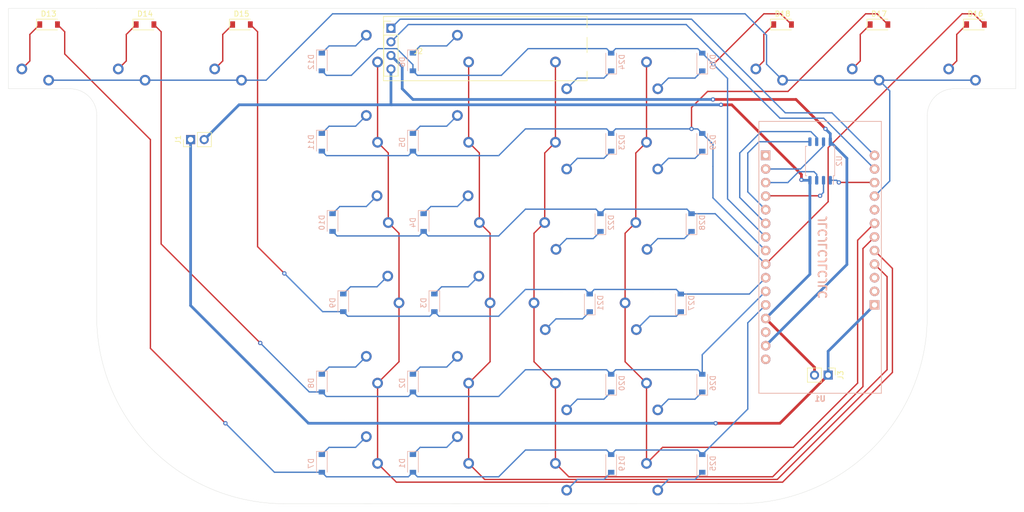
<source format=kicad_pcb>
(kicad_pcb (version 20171130) (host pcbnew 5.1.6)
  (layers (0 F.Cu signal) (31 B.Cu signal) (34 B.Paste user hide) (35 F.Paste user hide) (36 B.SilkS user) (37 F.SilkS user) (38 B.Mask user) (39 F.Mask user) (44 Edge.Cuts user))
  (net 0 "")
  (net 1 "Net-(D1-Pad1)")
  (net 2 "Net-(D2-Pad1)")
  (net 3 "Net-(D3-Pad1)")
  (net 4 "Net-(D4-Pad1)")
  (net 5 "Net-(D5-Pad1)")
  (net 6 "Net-(D6-Pad1)")
  (net 7 "Net-(D7-Pad1)")
  (net 8 "Net-(D8-Pad1)")
  (net 9 "Net-(D9-Pad1)")
  (net 10 "Net-(D10-Pad1)")
  (net 11 "Net-(D11-Pad1)")
  (net 12 "Net-(D12-Pad1)")
  (net 13 "Net-(D13-Pad1)")
  (net 14 "Net-(D14-Pad1)")
  (net 15 "Net-(D15-Pad1)")
  (net 16 "Net-(D16-Pad1)")
  (net 17 "Net-(D17-Pad1)")
  (net 18 "Net-(D18-Pad1)")
  (net 19 GND)
  (net 20 COL1)
  (net 21 COL2)
  (net 22 COL3)
  (net 23 COL4)
  (net 24 COL5)
  (net 25 ROW2)
  (net 26 ROW3)
  (net 27 "Net-(D20-Pad1)")
  (net 28 "Net-(D21-Pad1)")
  (net 29 COL6)
  (net 30 "Net-(D19-Pad1)")
  (net 31 "Net-(D22-Pad1)")
  (net 32 "Net-(D23-Pad1)")
  (net 33 "Net-(D24-Pad1)")
  (net 34 "Net-(D25-Pad1)")
  (net 35 "Net-(D26-Pad1)")
  (net 36 "Net-(D27-Pad1)")
  (net 37 "Net-(D28-Pad1)")
  (net 38 ROW1)
  (net 39 BAT)
  (net 40 VCC)
  (net 41 SCL)
  (net 42 SDA)
  (net 43 SCLK)
  (net 44 CS)
  (net 45 "Net-(D29-Pad1)")
  (net 46 "Net-(D30-Pad1)")
  (net 47 MISO_DQ1)
  (net 48 MOSI_DQ0)
  (net 49 ROW4)
  (net 50 ROW5)
  (net 51 DQ3)
  (net 52 DQ2)
  (net 53 RST)
  (net 54 "Net-(U1-Pad14)")
  (net 55 "Net-(U1-Pad1)")
  (net 56 "Net-(U1-Pad18)")
  (net 57 "Net-(U1-Pad19)")
  (net 58 "Net-(U1-Pad24)")
  (module Keebio-Parts:Kailh-PG1350-1u-No-Clickhole (layer B.Cu) (at 84.91174 42.65078 270)
    (fp_text reference K12)
    (fp_text value KEYSW hide)
    (pad "" np_thru_hole circle (at 5.5 0 90) (size 1.7 1.7) (drill 1.7) (layers *.Cu *.Mask))
    (pad "" np_thru_hole circle (at -5.5 0 90) (size 1.7 1.7) (drill 1.7) (layers *.Cu *.Mask))
    (pad 2 thru_hole circle (at -5 -3.8 228.1) (size 2 2) (drill 1.2) (layers *.Cu *.Mask) (net 12 "Net-(D12-Pad1)"))
    (pad 1 thru_hole circle (at 0 -5.9 90) (size 2 2) (drill 1.2) (layers *.Cu *.Mask) (net 25 ROW2))
    (pad "" np_thru_hole circle (at 0 0 90) (size 3.4 3.4) (drill 3.4) (layers *.Cu *.Mask))
  )
  (module Keebio-Parts:Kailh-PG1350-1u-No-Clickhole (layer B.Cu) (at 84.91174 57.65078 270)
    (fp_text reference K11)
    (fp_text value KEYSW hide)
    (pad "" np_thru_hole circle (at 5.5 0 90) (size 1.7 1.7) (drill 1.7) (layers *.Cu *.Mask))
    (pad "" np_thru_hole circle (at -5.5 0 90) (size 1.7 1.7) (drill 1.7) (layers *.Cu *.Mask))
    (pad 2 thru_hole circle (at -5 -3.8 228.1) (size 2 2) (drill 1.2) (layers *.Cu *.Mask) (net 11 "Net-(D11-Pad1)"))
    (pad 1 thru_hole circle (at 0 -5.9 90) (size 2 2) (drill 1.2) (layers *.Cu *.Mask) (net 25 ROW2))
    (pad "" np_thru_hole circle (at 0 0 90) (size 3.4 3.4) (drill 3.4) (layers *.Cu *.Mask))
  )
  (module Keebio-Parts:Kailh-PG1350-1u-No-Clickhole (layer B.Cu) (at 105.91174 87.65078 270)
    (fp_text reference K3)
    (fp_text value KEYSW hide)
    (pad "" np_thru_hole circle (at 5.5 0 90) (size 1.7 1.7) (drill 1.7) (layers *.Cu *.Mask))
    (pad "" np_thru_hole circle (at -5.5 0 90) (size 1.7 1.7) (drill 1.7) (layers *.Cu *.Mask))
    (pad 2 thru_hole circle (at -5 -3.8 228.1) (size 2 2) (drill 1.2) (layers *.Cu *.Mask) (net 3 "Net-(D3-Pad1)"))
    (pad 1 thru_hole circle (at 0 -5.9 90) (size 2 2) (drill 1.2) (layers *.Cu *.Mask) (net 38 ROW1))
    (pad "" np_thru_hole circle (at 0 0 90) (size 3.4 3.4) (drill 3.4) (layers *.Cu *.Mask))
  )
  (module Keebio-Parts:Kailh-PG1350-1u-No-Clickhole (layer B.Cu) (at 144.91174 72.65078 90)
    (fp_text reference K28)
    (fp_text value KEYSW hide)
    (pad "" np_thru_hole circle (at 5.5 0 270) (size 1.7 1.7) (drill 1.7) (layers *.Cu *.Mask))
    (pad "" np_thru_hole circle (at -5.5 0 270) (size 1.7 1.7) (drill 1.7) (layers *.Cu *.Mask))
    (pad 2 thru_hole circle (at -5 -3.8 48.1) (size 2 2) (drill 1.2) (layers *.Cu *.Mask) (net 37 "Net-(D28-Pad1)"))
    (pad 1 thru_hole circle (at 0 -5.9 270) (size 2 2) (drill 1.2) (layers *.Cu *.Mask) (net 50 ROW5))
    (pad "" np_thru_hole circle (at 0 0 270) (size 3.4 3.4) (drill 3.4) (layers *.Cu *.Mask))
  )
  (module Keebio-Parts:Kailh-PG1350-1u-No-Clickhole (layer B.Cu) (at 129.91174 117.65078 90)
    (fp_text reference K19)
    (fp_text value KEYSW hide)
    (pad "" np_thru_hole circle (at 5.5 0 270) (size 1.7 1.7) (drill 1.7) (layers *.Cu *.Mask))
    (pad "" np_thru_hole circle (at -5.5 0 270) (size 1.7 1.7) (drill 1.7) (layers *.Cu *.Mask))
    (pad 2 thru_hole circle (at -5 -3.8 48.1) (size 2 2) (drill 1.2) (layers *.Cu *.Mask) (net 30 "Net-(D19-Pad1)"))
    (pad 1 thru_hole circle (at 0 -5.9 270) (size 2 2) (drill 1.2) (layers *.Cu *.Mask) (net 49 ROW4))
    (pad "" np_thru_hole circle (at 0 0 270) (size 3.4 3.4) (drill 3.4) (layers *.Cu *.Mask))
  )
  (module Keebio-Parts:Kailh-PG1350-1u-No-Clickhole (layer B.Cu) (at 84.91174 117.65078 270)
    (fp_text reference K7)
    (fp_text value KEYSW hide)
    (pad "" np_thru_hole circle (at 5.5 0 90) (size 1.7 1.7) (drill 1.7) (layers *.Cu *.Mask))
    (pad "" np_thru_hole circle (at -5.5 0 90) (size 1.7 1.7) (drill 1.7) (layers *.Cu *.Mask))
    (pad 2 thru_hole circle (at -5 -3.8 228.1) (size 2 2) (drill 1.2) (layers *.Cu *.Mask) (net 7 "Net-(D7-Pad1)"))
    (pad 1 thru_hole circle (at 0 -5.9 90) (size 2 2) (drill 1.2) (layers *.Cu *.Mask) (net 25 ROW2))
    (pad "" np_thru_hole circle (at 0 0 90) (size 3.4 3.4) (drill 3.4) (layers *.Cu *.Mask))
  )
  (module Connector_PinHeader_2.54mm:PinHeader_1x02_P2.54mm_Vertical (layer F.Cu) (at 174.91174 101.15078 270)
    (fp_text reference J3 (at 0 -2.33 90) (layer F.SilkS))
    (fp_text value Conn_01x02)
    (pad 2 thru_hole oval (at 0 2.54 270) (size 1.7 1.7) (drill 1) (layers *.Cu *.Mask) (net 19 GND))
    (pad 1 thru_hole rect (at 0 0 270) (size 1.7 1.7) (drill 1) (layers *.Cu *.Mask) (net 39 BAT))
  )
  (module Keebio-Parts:Kailh-PG1350-1u-No-Clickhole (layer F.Cu) (at 184.41174 40.15078)
    (fp_text reference K17)
    (fp_text value KEYSW hide)
    (pad "" np_thru_hole circle (at 5.5 0 180) (size 1.7 1.7) (drill 1.7) (layers *.Cu *.Mask))
    (pad "" np_thru_hole circle (at -5.5 0 180) (size 1.7 1.7) (drill 1.7) (layers *.Cu *.Mask))
    (pad 2 thru_hole circle (at -5 3.8 41.9) (size 2 2) (drill 1.2) (layers *.Cu *.Mask) (net 17 "Net-(D17-Pad1)"))
    (pad 1 thru_hole circle (at 0 5.9 180) (size 2 2) (drill 1.2) (layers *.Cu *.Mask) (net 26 ROW3))
    (pad "" np_thru_hole circle (at 0 0 180) (size 3.4 3.4) (drill 3.4) (layers *.Cu *.Mask))
  )
  (module Keebio-Parts:Kailh-PG1350-1u-No-Clickhole (layer B.Cu) (at 146.91174 42.65078 90)
    (fp_text reference K30)
    (fp_text value KEYSW hide)
    (pad "" np_thru_hole circle (at 5.5 0 270) (size 1.7 1.7) (drill 1.7) (layers *.Cu *.Mask))
    (pad "" np_thru_hole circle (at -5.5 0 270) (size 1.7 1.7) (drill 1.7) (layers *.Cu *.Mask))
    (pad 2 thru_hole circle (at -5 -3.8 48.1) (size 2 2) (drill 1.2) (layers *.Cu *.Mask) (net 46 "Net-(D30-Pad1)"))
    (pad 1 thru_hole circle (at 0 -5.9 270) (size 2 2) (drill 1.2) (layers *.Cu *.Mask) (net 50 ROW5))
    (pad "" np_thru_hole circle (at 0 0 270) (size 3.4 3.4) (drill 3.4) (layers *.Cu *.Mask))
  )
  (module Keebio-Parts:Kailh-PG1350-1u-No-Clickhole (layer B.Cu) (at 146.91174 57.65078 90)
    (fp_text reference K29)
    (fp_text value KEYSW hide)
    (pad "" np_thru_hole circle (at 5.5 0 270) (size 1.7 1.7) (drill 1.7) (layers *.Cu *.Mask))
    (pad "" np_thru_hole circle (at -5.5 0 270) (size 1.7 1.7) (drill 1.7) (layers *.Cu *.Mask))
    (pad 2 thru_hole circle (at -5 -3.8 48.1) (size 2 2) (drill 1.2) (layers *.Cu *.Mask) (net 45 "Net-(D29-Pad1)"))
    (pad 1 thru_hole circle (at 0 -5.9 270) (size 2 2) (drill 1.2) (layers *.Cu *.Mask) (net 50 ROW5))
    (pad "" np_thru_hole circle (at 0 0 270) (size 3.4 3.4) (drill 3.4) (layers *.Cu *.Mask))
  )
  (module Keebio-Parts:Kailh-PG1350-1u-No-Clickhole (layer B.Cu) (at 142.91174 87.65078 90)
    (fp_text reference K27)
    (fp_text value KEYSW hide)
    (pad "" np_thru_hole circle (at 5.5 0 270) (size 1.7 1.7) (drill 1.7) (layers *.Cu *.Mask))
    (pad "" np_thru_hole circle (at -5.5 0 270) (size 1.7 1.7) (drill 1.7) (layers *.Cu *.Mask))
    (pad 2 thru_hole circle (at -5 -3.8 48.1) (size 2 2) (drill 1.2) (layers *.Cu *.Mask) (net 36 "Net-(D27-Pad1)"))
    (pad 1 thru_hole circle (at 0 -5.9 270) (size 2 2) (drill 1.2) (layers *.Cu *.Mask) (net 50 ROW5))
    (pad "" np_thru_hole circle (at 0 0 270) (size 3.4 3.4) (drill 3.4) (layers *.Cu *.Mask))
  )
  (module Keebio-Parts:Kailh-PG1350-1u-No-Clickhole (layer B.Cu) (at 146.91174 102.65078 90)
    (fp_text reference K26)
    (fp_text value KEYSW hide)
    (pad "" np_thru_hole circle (at 5.5 0 270) (size 1.7 1.7) (drill 1.7) (layers *.Cu *.Mask))
    (pad "" np_thru_hole circle (at -5.5 0 270) (size 1.7 1.7) (drill 1.7) (layers *.Cu *.Mask))
    (pad 2 thru_hole circle (at -5 -3.8 48.1) (size 2 2) (drill 1.2) (layers *.Cu *.Mask) (net 35 "Net-(D26-Pad1)"))
    (pad 1 thru_hole circle (at 0 -5.9 270) (size 2 2) (drill 1.2) (layers *.Cu *.Mask) (net 50 ROW5))
    (pad "" np_thru_hole circle (at 0 0 270) (size 3.4 3.4) (drill 3.4) (layers *.Cu *.Mask))
  )
  (module Keebio-Parts:Kailh-PG1350-1u-No-Clickhole (layer B.Cu) (at 146.91174 117.65078 90)
    (fp_text reference K25)
    (fp_text value KEYSW hide)
    (pad "" np_thru_hole circle (at 5.5 0 270) (size 1.7 1.7) (drill 1.7) (layers *.Cu *.Mask))
    (pad "" np_thru_hole circle (at -5.5 0 270) (size 1.7 1.7) (drill 1.7) (layers *.Cu *.Mask))
    (pad 2 thru_hole circle (at -5 -3.8 48.1) (size 2 2) (drill 1.2) (layers *.Cu *.Mask) (net 34 "Net-(D25-Pad1)"))
    (pad 1 thru_hole circle (at 0 -5.9 270) (size 2 2) (drill 1.2) (layers *.Cu *.Mask) (net 50 ROW5))
    (pad "" np_thru_hole circle (at 0 0 270) (size 3.4 3.4) (drill 3.4) (layers *.Cu *.Mask))
  )
  (module Keebio-Parts:Kailh-PG1350-1u-No-Clickhole (layer B.Cu) (at 129.91174 42.65078 90)
    (fp_text reference K24)
    (fp_text value KEYSW hide)
    (pad "" np_thru_hole circle (at 5.5 0 270) (size 1.7 1.7) (drill 1.7) (layers *.Cu *.Mask))
    (pad "" np_thru_hole circle (at -5.5 0 270) (size 1.7 1.7) (drill 1.7) (layers *.Cu *.Mask))
    (pad 2 thru_hole circle (at -5 -3.8 48.1) (size 2 2) (drill 1.2) (layers *.Cu *.Mask) (net 33 "Net-(D24-Pad1)"))
    (pad 1 thru_hole circle (at 0 -5.9 270) (size 2 2) (drill 1.2) (layers *.Cu *.Mask) (net 49 ROW4))
    (pad "" np_thru_hole circle (at 0 0 270) (size 3.4 3.4) (drill 3.4) (layers *.Cu *.Mask))
  )
  (module Keebio-Parts:Kailh-PG1350-1u-No-Clickhole (layer B.Cu) (at 129.91174 57.65078 90)
    (fp_text reference K23)
    (fp_text value KEYSW hide)
    (pad "" np_thru_hole circle (at 5.5 0 270) (size 1.7 1.7) (drill 1.7) (layers *.Cu *.Mask))
    (pad "" np_thru_hole circle (at -5.5 0 270) (size 1.7 1.7) (drill 1.7) (layers *.Cu *.Mask))
    (pad 2 thru_hole circle (at -5 -3.8 48.1) (size 2 2) (drill 1.2) (layers *.Cu *.Mask) (net 32 "Net-(D23-Pad1)"))
    (pad 1 thru_hole circle (at 0 -5.9 270) (size 2 2) (drill 1.2) (layers *.Cu *.Mask) (net 49 ROW4))
    (pad "" np_thru_hole circle (at 0 0 270) (size 3.4 3.4) (drill 3.4) (layers *.Cu *.Mask))
  )
  (module Keebio-Parts:Kailh-PG1350-1u-No-Clickhole (layer B.Cu) (at 127.91174 72.65078 90)
    (fp_text reference K22)
    (fp_text value KEYSW hide)
    (pad "" np_thru_hole circle (at 5.5 0 270) (size 1.7 1.7) (drill 1.7) (layers *.Cu *.Mask))
    (pad "" np_thru_hole circle (at -5.5 0 270) (size 1.7 1.7) (drill 1.7) (layers *.Cu *.Mask))
    (pad 2 thru_hole circle (at -5 -3.8 48.1) (size 2 2) (drill 1.2) (layers *.Cu *.Mask) (net 31 "Net-(D22-Pad1)"))
    (pad 1 thru_hole circle (at 0 -5.9 270) (size 2 2) (drill 1.2) (layers *.Cu *.Mask) (net 49 ROW4))
    (pad "" np_thru_hole circle (at 0 0 270) (size 3.4 3.4) (drill 3.4) (layers *.Cu *.Mask))
  )
  (module Keebio-Parts:Kailh-PG1350-1u-No-Clickhole (layer B.Cu) (at 125.91174 87.65078 90)
    (fp_text reference K21)
    (fp_text value KEYSW hide)
    (pad "" np_thru_hole circle (at 5.5 0 270) (size 1.7 1.7) (drill 1.7) (layers *.Cu *.Mask))
    (pad "" np_thru_hole circle (at -5.5 0 270) (size 1.7 1.7) (drill 1.7) (layers *.Cu *.Mask))
    (pad 2 thru_hole circle (at -5 -3.8 48.1) (size 2 2) (drill 1.2) (layers *.Cu *.Mask) (net 28 "Net-(D21-Pad1)"))
    (pad 1 thru_hole circle (at 0 -5.9 270) (size 2 2) (drill 1.2) (layers *.Cu *.Mask) (net 49 ROW4))
    (pad "" np_thru_hole circle (at 0 0 270) (size 3.4 3.4) (drill 3.4) (layers *.Cu *.Mask))
  )
  (module Keebio-Parts:Kailh-PG1350-1u-No-Clickhole (layer B.Cu) (at 129.91174 102.65078 90)
    (fp_text reference K20)
    (fp_text value KEYSW hide)
    (pad "" np_thru_hole circle (at 5.5 0 270) (size 1.7 1.7) (drill 1.7) (layers *.Cu *.Mask))
    (pad "" np_thru_hole circle (at -5.5 0 270) (size 1.7 1.7) (drill 1.7) (layers *.Cu *.Mask))
    (pad 2 thru_hole circle (at -5 -3.8 48.1) (size 2 2) (drill 1.2) (layers *.Cu *.Mask) (net 27 "Net-(D20-Pad1)"))
    (pad 1 thru_hole circle (at 0 -5.9 270) (size 2 2) (drill 1.2) (layers *.Cu *.Mask) (net 49 ROW4))
    (pad "" np_thru_hole circle (at 0 0 270) (size 3.4 3.4) (drill 3.4) (layers *.Cu *.Mask))
  )
  (module Keebio-Parts:Kailh-PG1350-1u-No-Clickhole (layer F.Cu) (at 166.41174 40.15078)
    (fp_text reference K18)
    (fp_text value KEYSW hide)
    (pad "" np_thru_hole circle (at 5.5 0 180) (size 1.7 1.7) (drill 1.7) (layers *.Cu *.Mask))
    (pad "" np_thru_hole circle (at -5.5 0 180) (size 1.7 1.7) (drill 1.7) (layers *.Cu *.Mask))
    (pad 2 thru_hole circle (at -5 3.8 41.9) (size 2 2) (drill 1.2) (layers *.Cu *.Mask) (net 18 "Net-(D18-Pad1)"))
    (pad 1 thru_hole circle (at 0 5.9 180) (size 2 2) (drill 1.2) (layers *.Cu *.Mask) (net 26 ROW3))
    (pad "" np_thru_hole circle (at 0 0 180) (size 3.4 3.4) (drill 3.4) (layers *.Cu *.Mask))
  )
  (module Keebio-Parts:Kailh-PG1350-1u-No-Clickhole (layer F.Cu) (at 202.41174 40.15078)
    (fp_text reference K16)
    (fp_text value KEYSW hide)
    (pad "" np_thru_hole circle (at 5.5 0 180) (size 1.7 1.7) (drill 1.7) (layers *.Cu *.Mask))
    (pad "" np_thru_hole circle (at -5.5 0 180) (size 1.7 1.7) (drill 1.7) (layers *.Cu *.Mask))
    (pad 2 thru_hole circle (at -5 3.8 41.9) (size 2 2) (drill 1.2) (layers *.Cu *.Mask) (net 16 "Net-(D16-Pad1)"))
    (pad 1 thru_hole circle (at 0 5.9 180) (size 2 2) (drill 1.2) (layers *.Cu *.Mask) (net 26 ROW3))
    (pad "" np_thru_hole circle (at 0 0 180) (size 3.4 3.4) (drill 3.4) (layers *.Cu *.Mask))
  )
  (module Keebio-Parts:Kailh-PG1350-1u-No-Clickhole (layer F.Cu) (at 65.41174 40.15078)
    (fp_text reference K15)
    (fp_text value KEYSW hide)
    (pad "" np_thru_hole circle (at 5.5 0 180) (size 1.7 1.7) (drill 1.7) (layers *.Cu *.Mask))
    (pad "" np_thru_hole circle (at -5.5 0 180) (size 1.7 1.7) (drill 1.7) (layers *.Cu *.Mask))
    (pad 2 thru_hole circle (at -5 3.8 41.9) (size 2 2) (drill 1.2) (layers *.Cu *.Mask) (net 15 "Net-(D15-Pad1)"))
    (pad 1 thru_hole circle (at 0 5.9 180) (size 2 2) (drill 1.2) (layers *.Cu *.Mask) (net 26 ROW3))
    (pad "" np_thru_hole circle (at 0 0 180) (size 3.4 3.4) (drill 3.4) (layers *.Cu *.Mask))
  )
  (module Keebio-Parts:Kailh-PG1350-1u-No-Clickhole (layer F.Cu) (at 47.41174 40.15078)
    (fp_text reference K14)
    (fp_text value KEYSW hide)
    (pad "" np_thru_hole circle (at 5.5 0 180) (size 1.7 1.7) (drill 1.7) (layers *.Cu *.Mask))
    (pad "" np_thru_hole circle (at -5.5 0 180) (size 1.7 1.7) (drill 1.7) (layers *.Cu *.Mask))
    (pad 2 thru_hole circle (at -5 3.8 41.9) (size 2 2) (drill 1.2) (layers *.Cu *.Mask) (net 14 "Net-(D14-Pad1)"))
    (pad 1 thru_hole circle (at 0 5.9 180) (size 2 2) (drill 1.2) (layers *.Cu *.Mask) (net 26 ROW3))
    (pad "" np_thru_hole circle (at 0 0 180) (size 3.4 3.4) (drill 3.4) (layers *.Cu *.Mask))
  )
  (module Keebio-Parts:Kailh-PG1350-1u-No-Clickhole (layer F.Cu) (at 29.41174 40.15078)
    (fp_text reference K13)
    (fp_text value KEYSW hide)
    (pad "" np_thru_hole circle (at 5.5 0 180) (size 1.7 1.7) (drill 1.7) (layers *.Cu *.Mask))
    (pad "" np_thru_hole circle (at -5.5 0 180) (size 1.7 1.7) (drill 1.7) (layers *.Cu *.Mask))
    (pad 2 thru_hole circle (at -5 3.8 41.9) (size 2 2) (drill 1.2) (layers *.Cu *.Mask) (net 13 "Net-(D13-Pad1)"))
    (pad 1 thru_hole circle (at 0 5.9 180) (size 2 2) (drill 1.2) (layers *.Cu *.Mask) (net 26 ROW3))
    (pad "" np_thru_hole circle (at 0 0 180) (size 3.4 3.4) (drill 3.4) (layers *.Cu *.Mask))
  )
  (module Keebio-Parts:Kailh-PG1350-1u-No-Clickhole (layer B.Cu) (at 86.91174 72.65078 270)
    (fp_text reference K10)
    (fp_text value KEYSW hide)
    (pad "" np_thru_hole circle (at 5.5 0 90) (size 1.7 1.7) (drill 1.7) (layers *.Cu *.Mask))
    (pad "" np_thru_hole circle (at -5.5 0 90) (size 1.7 1.7) (drill 1.7) (layers *.Cu *.Mask))
    (pad 2 thru_hole circle (at -5 -3.8 228.1) (size 2 2) (drill 1.2) (layers *.Cu *.Mask) (net 10 "Net-(D10-Pad1)"))
    (pad 1 thru_hole circle (at 0 -5.9 90) (size 2 2) (drill 1.2) (layers *.Cu *.Mask) (net 25 ROW2))
    (pad "" np_thru_hole circle (at 0 0 90) (size 3.4 3.4) (drill 3.4) (layers *.Cu *.Mask))
  )
  (module Keebio-Parts:Kailh-PG1350-1u-No-Clickhole (layer B.Cu) (at 88.91174 87.65078 270)
    (fp_text reference K9)
    (fp_text value KEYSW hide)
    (pad "" np_thru_hole circle (at 5.5 0 90) (size 1.7 1.7) (drill 1.7) (layers *.Cu *.Mask))
    (pad "" np_thru_hole circle (at -5.5 0 90) (size 1.7 1.7) (drill 1.7) (layers *.Cu *.Mask))
    (pad 2 thru_hole circle (at -5 -3.8 228.1) (size 2 2) (drill 1.2) (layers *.Cu *.Mask) (net 9 "Net-(D9-Pad1)"))
    (pad 1 thru_hole circle (at 0 -5.9 90) (size 2 2) (drill 1.2) (layers *.Cu *.Mask) (net 25 ROW2))
    (pad "" np_thru_hole circle (at 0 0 90) (size 3.4 3.4) (drill 3.4) (layers *.Cu *.Mask))
  )
  (module Keebio-Parts:Kailh-PG1350-1u-No-Clickhole (layer B.Cu) (at 84.91174 102.65078 270)
    (fp_text reference K8)
    (fp_text value KEYSW hide)
    (pad "" np_thru_hole circle (at 5.5 0 90) (size 1.7 1.7) (drill 1.7) (layers *.Cu *.Mask))
    (pad "" np_thru_hole circle (at -5.5 0 90) (size 1.7 1.7) (drill 1.7) (layers *.Cu *.Mask))
    (pad 2 thru_hole circle (at -5 -3.8 228.1) (size 2 2) (drill 1.2) (layers *.Cu *.Mask) (net 8 "Net-(D8-Pad1)"))
    (pad 1 thru_hole circle (at 0 -5.9 90) (size 2 2) (drill 1.2) (layers *.Cu *.Mask) (net 25 ROW2))
    (pad "" np_thru_hole circle (at 0 0 90) (size 3.4 3.4) (drill 3.4) (layers *.Cu *.Mask))
  )
  (module Keebio-Parts:Kailh-PG1350-1u-No-Clickhole (layer B.Cu) (at 101.91174 42.65078 270)
    (fp_text reference K6)
    (fp_text value KEYSW hide)
    (pad "" np_thru_hole circle (at 5.5 0 90) (size 1.7 1.7) (drill 1.7) (layers *.Cu *.Mask))
    (pad "" np_thru_hole circle (at -5.5 0 90) (size 1.7 1.7) (drill 1.7) (layers *.Cu *.Mask))
    (pad 2 thru_hole circle (at -5 -3.8 228.1) (size 2 2) (drill 1.2) (layers *.Cu *.Mask) (net 6 "Net-(D6-Pad1)"))
    (pad 1 thru_hole circle (at 0 -5.9 90) (size 2 2) (drill 1.2) (layers *.Cu *.Mask) (net 38 ROW1))
    (pad "" np_thru_hole circle (at 0 0 90) (size 3.4 3.4) (drill 3.4) (layers *.Cu *.Mask))
  )
  (module Keebio-Parts:Kailh-PG1350-1u-No-Clickhole (layer B.Cu) (at 101.91174 57.65078 270)
    (fp_text reference K5)
    (fp_text value KEYSW hide)
    (pad "" np_thru_hole circle (at 5.5 0 90) (size 1.7 1.7) (drill 1.7) (layers *.Cu *.Mask))
    (pad "" np_thru_hole circle (at -5.5 0 90) (size 1.7 1.7) (drill 1.7) (layers *.Cu *.Mask))
    (pad 2 thru_hole circle (at -5 -3.8 228.1) (size 2 2) (drill 1.2) (layers *.Cu *.Mask) (net 5 "Net-(D5-Pad1)"))
    (pad 1 thru_hole circle (at 0 -5.9 90) (size 2 2) (drill 1.2) (layers *.Cu *.Mask) (net 38 ROW1))
    (pad "" np_thru_hole circle (at 0 0 90) (size 3.4 3.4) (drill 3.4) (layers *.Cu *.Mask))
  )
  (module Keebio-Parts:Kailh-PG1350-1u-No-Clickhole (layer B.Cu) (at 103.91174 72.65078 270)
    (fp_text reference K4)
    (fp_text value KEYSW hide)
    (pad "" np_thru_hole circle (at 5.5 0 90) (size 1.7 1.7) (drill 1.7) (layers *.Cu *.Mask))
    (pad "" np_thru_hole circle (at -5.5 0 90) (size 1.7 1.7) (drill 1.7) (layers *.Cu *.Mask))
    (pad 2 thru_hole circle (at -5 -3.8 228.1) (size 2 2) (drill 1.2) (layers *.Cu *.Mask) (net 4 "Net-(D4-Pad1)"))
    (pad 1 thru_hole circle (at 0 -5.9 90) (size 2 2) (drill 1.2) (layers *.Cu *.Mask) (net 38 ROW1))
    (pad "" np_thru_hole circle (at 0 0 90) (size 3.4 3.4) (drill 3.4) (layers *.Cu *.Mask))
  )
  (module Keebio-Parts:Kailh-PG1350-1u-No-Clickhole (layer B.Cu) (at 101.91174 102.65078 270)
    (fp_text reference K2)
    (fp_text value KEYSW hide)
    (pad "" np_thru_hole circle (at 5.5 0 90) (size 1.7 1.7) (drill 1.7) (layers *.Cu *.Mask))
    (pad "" np_thru_hole circle (at -5.5 0 90) (size 1.7 1.7) (drill 1.7) (layers *.Cu *.Mask))
    (pad 2 thru_hole circle (at -5 -3.8 228.1) (size 2 2) (drill 1.2) (layers *.Cu *.Mask) (net 2 "Net-(D2-Pad1)"))
    (pad 1 thru_hole circle (at 0 -5.9 90) (size 2 2) (drill 1.2) (layers *.Cu *.Mask) (net 38 ROW1))
    (pad "" np_thru_hole circle (at 0 0 90) (size 3.4 3.4) (drill 3.4) (layers *.Cu *.Mask))
  )
  (module Keebio-Parts:Kailh-PG1350-1u-No-Clickhole (layer B.Cu) (at 101.91174 117.65078 270)
    (fp_text reference K1)
    (fp_text value KEYSW hide)
    (pad "" np_thru_hole circle (at 5.5 0 90) (size 1.7 1.7) (drill 1.7) (layers *.Cu *.Mask))
    (pad "" np_thru_hole circle (at -5.5 0 90) (size 1.7 1.7) (drill 1.7) (layers *.Cu *.Mask))
    (pad 2 thru_hole circle (at -5 -3.8 228.1) (size 2 2) (drill 1.2) (layers *.Cu *.Mask) (net 1 "Net-(D1-Pad1)"))
    (pad 1 thru_hole circle (at 0 -5.9 90) (size 2 2) (drill 1.2) (layers *.Cu *.Mask) (net 38 ROW1))
    (pad "" np_thru_hole circle (at 0 0 90) (size 3.4 3.4) (drill 3.4) (layers *.Cu *.Mask))
  )
  (module Diode_SMD:D_SOD-123 (layer B.Cu) (at 151.41174 42.65078 90)
    (fp_text reference D30 (at 0 2 270) (layer B.SilkS) (effects (justify mirror)))
    (fp_text value DIODE)
    (pad 2 smd rect (at 1.65 0 90) (size 0.9 1.2) (layers B.Cu B.Paste B.Mask) (net 29 COL6))
    (pad 1 smd rect (at -1.65 0 90) (size 0.9 1.2) (layers B.Cu B.Paste B.Mask) (net 46 "Net-(D30-Pad1)"))
  )
  (module Diode_SMD:D_SOD-123 (layer B.Cu) (at 151.41174 57.65078 90)
    (fp_text reference D29 (at 0 2 270) (layer B.SilkS) (effects (justify mirror)))
    (fp_text value DIODE)
    (pad 2 smd rect (at 1.65 0 90) (size 0.9 1.2) (layers B.Cu B.Paste B.Mask) (net 24 COL5))
    (pad 1 smd rect (at -1.65 0 90) (size 0.9 1.2) (layers B.Cu B.Paste B.Mask) (net 45 "Net-(D29-Pad1)"))
  )
  (module Diode_SMD:D_SOD-123 (layer B.Cu) (at 149.41174 72.65078 90)
    (fp_text reference D28 (at 0 2 270) (layer B.SilkS) (effects (justify mirror)))
    (fp_text value DIODE)
    (pad 2 smd rect (at 1.65 0 90) (size 0.9 1.2) (layers B.Cu B.Paste B.Mask) (net 23 COL4))
    (pad 1 smd rect (at -1.65 0 90) (size 0.9 1.2) (layers B.Cu B.Paste B.Mask) (net 37 "Net-(D28-Pad1)"))
  )
  (module Diode_SMD:D_SOD-123 (layer B.Cu) (at 147.41174 87.655781 90)
    (fp_text reference D27 (at 0 2 270) (layer B.SilkS) (effects (justify mirror)))
    (fp_text value DIODE)
    (pad 2 smd rect (at 1.65 0 90) (size 0.9 1.2) (layers B.Cu B.Paste B.Mask) (net 22 COL3))
    (pad 1 smd rect (at -1.65 0 90) (size 0.9 1.2) (layers B.Cu B.Paste B.Mask) (net 36 "Net-(D27-Pad1)"))
  )
  (module Diode_SMD:D_SOD-123 (layer B.Cu) (at 151.41174 102.65078 90)
    (fp_text reference D26 (at 0 2 270) (layer B.SilkS) (effects (justify mirror)))
    (fp_text value DIODE)
    (pad 2 smd rect (at 1.65 0 90) (size 0.9 1.2) (layers B.Cu B.Paste B.Mask) (net 21 COL2))
    (pad 1 smd rect (at -1.65 0 90) (size 0.9 1.2) (layers B.Cu B.Paste B.Mask) (net 35 "Net-(D26-Pad1)"))
  )
  (module Diode_SMD:D_SOD-123 (layer B.Cu) (at 151.41174 117.65078 90)
    (fp_text reference D25 (at 0 2 270) (layer B.SilkS) (effects (justify mirror)))
    (fp_text value DIODE)
    (pad 2 smd rect (at 1.65 0 90) (size 0.9 1.2) (layers B.Cu B.Paste B.Mask) (net 20 COL1))
    (pad 1 smd rect (at -1.65 0 90) (size 0.9 1.2) (layers B.Cu B.Paste B.Mask) (net 34 "Net-(D25-Pad1)"))
  )
  (module Diode_SMD:D_SOD-123 (layer B.Cu) (at 134.41174 42.65078 90)
    (fp_text reference D24 (at 0 2 270) (layer B.SilkS) (effects (justify mirror)))
    (fp_text value DIODE)
    (pad 2 smd rect (at 1.65 0 90) (size 0.9 1.2) (layers B.Cu B.Paste B.Mask) (net 29 COL6))
    (pad 1 smd rect (at -1.65 0 90) (size 0.9 1.2) (layers B.Cu B.Paste B.Mask) (net 33 "Net-(D24-Pad1)"))
  )
  (module Diode_SMD:D_SOD-123 (layer B.Cu) (at 134.41174 57.65078 90)
    (fp_text reference D23 (at 0 2 270) (layer B.SilkS) (effects (justify mirror)))
    (fp_text value DIODE)
    (pad 2 smd rect (at 1.65 0 90) (size 0.9 1.2) (layers B.Cu B.Paste B.Mask) (net 24 COL5))
    (pad 1 smd rect (at -1.65 0 90) (size 0.9 1.2) (layers B.Cu B.Paste B.Mask) (net 32 "Net-(D23-Pad1)"))
  )
  (module Diode_SMD:D_SOD-123 (layer B.Cu) (at 132.41174 72.65078 90)
    (fp_text reference D22 (at 0 2 270) (layer B.SilkS) (effects (justify mirror)))
    (fp_text value DIODE)
    (pad 2 smd rect (at 1.65 0 90) (size 0.9 1.2) (layers B.Cu B.Paste B.Mask) (net 23 COL4))
    (pad 1 smd rect (at -1.65 0 90) (size 0.9 1.2) (layers B.Cu B.Paste B.Mask) (net 31 "Net-(D22-Pad1)"))
  )
  (module Diode_SMD:D_SOD-123 (layer B.Cu) (at 130.41174 87.655781 90)
    (fp_text reference D21 (at 0 2 270) (layer B.SilkS) (effects (justify mirror)))
    (fp_text value DIODE)
    (pad 2 smd rect (at 1.65 0 90) (size 0.9 1.2) (layers B.Cu B.Paste B.Mask) (net 22 COL3))
    (pad 1 smd rect (at -1.65 0 90) (size 0.9 1.2) (layers B.Cu B.Paste B.Mask) (net 28 "Net-(D21-Pad1)"))
  )
  (module Diode_SMD:D_SOD-123 (layer B.Cu) (at 134.41174 102.65078 90)
    (fp_text reference D20 (at 0 2 270) (layer B.SilkS) (effects (justify mirror)))
    (fp_text value DIODE)
    (pad 2 smd rect (at 1.65 0 90) (size 0.9 1.2) (layers B.Cu B.Paste B.Mask) (net 21 COL2))
    (pad 1 smd rect (at -1.65 0 90) (size 0.9 1.2) (layers B.Cu B.Paste B.Mask) (net 27 "Net-(D20-Pad1)"))
  )
  (module Diode_SMD:D_SOD-123 (layer B.Cu) (at 134.41174 117.65078 90)
    (fp_text reference D19 (at 0 2 270) (layer B.SilkS) (effects (justify mirror)))
    (fp_text value DIODE)
    (pad 2 smd rect (at 1.65 0 90) (size 0.9 1.2) (layers B.Cu B.Paste B.Mask) (net 20 COL1))
    (pad 1 smd rect (at -1.65 0 90) (size 0.9 1.2) (layers B.Cu B.Paste B.Mask) (net 30 "Net-(D19-Pad1)"))
  )
  (module Diode_SMD:D_SOD-123 (layer F.Cu) (at 166.41174 35.65078)
    (fp_text reference D18 (at 0 -2) (layer F.SilkS))
    (fp_text value DIODE)
    (pad 2 smd rect (at 1.65 0) (size 0.9 1.2) (layers F.Cu F.Paste F.Mask) (net 29 COL6))
    (pad 1 smd rect (at -1.65 0) (size 0.9 1.2) (layers F.Cu F.Paste F.Mask) (net 18 "Net-(D18-Pad1)"))
  )
  (module Diode_SMD:D_SOD-123 (layer F.Cu) (at 184.41174 35.65078)
    (fp_text reference D17 (at 0 -2) (layer F.SilkS))
    (fp_text value DIODE)
    (pad 2 smd rect (at 1.65 0) (size 0.9 1.2) (layers F.Cu F.Paste F.Mask) (net 24 COL5))
    (pad 1 smd rect (at -1.65 0) (size 0.9 1.2) (layers F.Cu F.Paste F.Mask) (net 17 "Net-(D17-Pad1)"))
  )
  (module Diode_SMD:D_SOD-123 (layer F.Cu) (at 202.41174 35.65078)
    (fp_text reference D16 (at 0 -2) (layer F.SilkS))
    (fp_text value DIODE)
    (pad 2 smd rect (at 1.65 0) (size 0.9 1.2) (layers F.Cu F.Paste F.Mask) (net 23 COL4))
    (pad 1 smd rect (at -1.65 0) (size 0.9 1.2) (layers F.Cu F.Paste F.Mask) (net 16 "Net-(D16-Pad1)"))
  )
  (module Diode_SMD:D_SOD-123 (layer F.Cu) (at 65.41174 35.65078)
    (fp_text reference D15 (at 0 -2) (layer F.SilkS))
    (fp_text value DIODE)
    (pad 2 smd rect (at 1.65 0) (size 0.9 1.2) (layers F.Cu F.Paste F.Mask) (net 22 COL3))
    (pad 1 smd rect (at -1.65 0) (size 0.9 1.2) (layers F.Cu F.Paste F.Mask) (net 15 "Net-(D15-Pad1)"))
  )
  (module Diode_SMD:D_SOD-123 (layer F.Cu) (at 47.41174 35.65078)
    (fp_text reference D14 (at 0 -2) (layer F.SilkS))
    (fp_text value DIODE)
    (pad 2 smd rect (at 1.65 0) (size 0.9 1.2) (layers F.Cu F.Paste F.Mask) (net 21 COL2))
    (pad 1 smd rect (at -1.65 0) (size 0.9 1.2) (layers F.Cu F.Paste F.Mask) (net 14 "Net-(D14-Pad1)"))
  )
  (module Diode_SMD:D_SOD-123 (layer F.Cu) (at 29.41174 35.65078)
    (fp_text reference D13 (at 0 -2) (layer F.SilkS))
    (fp_text value DIODE)
    (pad 2 smd rect (at 1.65 0) (size 0.9 1.2) (layers F.Cu F.Paste F.Mask) (net 20 COL1))
    (pad 1 smd rect (at -1.65 0) (size 0.9 1.2) (layers F.Cu F.Paste F.Mask) (net 13 "Net-(D13-Pad1)"))
  )
  (module Diode_SMD:D_SOD-123 (layer B.Cu) (at 80.41174 42.65078 270)
    (fp_text reference D12 (at 0 2 270) (layer B.SilkS) (effects (justify mirror)))
    (fp_text value DIODE)
    (pad 2 smd rect (at 1.65 0 270) (size 0.9 1.2) (layers B.Cu B.Paste B.Mask) (net 29 COL6))
    (pad 1 smd rect (at -1.65 0 270) (size 0.9 1.2) (layers B.Cu B.Paste B.Mask) (net 12 "Net-(D12-Pad1)"))
  )
  (module Diode_SMD:D_SOD-123 (layer B.Cu) (at 80.41174 57.65078 270)
    (fp_text reference D11 (at 0 2 270) (layer B.SilkS) (effects (justify mirror)))
    (fp_text value DIODE)
    (pad 2 smd rect (at 1.65 0 270) (size 0.9 1.2) (layers B.Cu B.Paste B.Mask) (net 24 COL5))
    (pad 1 smd rect (at -1.65 0 270) (size 0.9 1.2) (layers B.Cu B.Paste B.Mask) (net 11 "Net-(D11-Pad1)"))
  )
  (module Diode_SMD:D_SOD-123 (layer B.Cu) (at 82.41174 72.65078 270)
    (fp_text reference D10 (at 0 2 270) (layer B.SilkS) (effects (justify mirror)))
    (fp_text value DIODE)
    (pad 2 smd rect (at 1.65 0 270) (size 0.9 1.2) (layers B.Cu B.Paste B.Mask) (net 23 COL4))
    (pad 1 smd rect (at -1.65 0 270) (size 0.9 1.2) (layers B.Cu B.Paste B.Mask) (net 10 "Net-(D10-Pad1)"))
  )
  (module Diode_SMD:D_SOD-123 (layer B.Cu) (at 84.41174 87.65078 270)
    (fp_text reference D9 (at 0 2 270) (layer B.SilkS) (effects (justify mirror)))
    (fp_text value DIODE)
    (pad 2 smd rect (at 1.65 0 270) (size 0.9 1.2) (layers B.Cu B.Paste B.Mask) (net 22 COL3))
    (pad 1 smd rect (at -1.65 0 270) (size 0.9 1.2) (layers B.Cu B.Paste B.Mask) (net 9 "Net-(D9-Pad1)"))
  )
  (module Diode_SMD:D_SOD-123 (layer B.Cu) (at 80.41174 102.65078 270)
    (fp_text reference D8 (at 0 2 270) (layer B.SilkS) (effects (justify mirror)))
    (fp_text value DIODE)
    (pad 2 smd rect (at 1.65 0 270) (size 0.9 1.2) (layers B.Cu B.Paste B.Mask) (net 21 COL2))
    (pad 1 smd rect (at -1.65 0 270) (size 0.9 1.2) (layers B.Cu B.Paste B.Mask) (net 8 "Net-(D8-Pad1)"))
  )
  (module Diode_SMD:D_SOD-123 (layer B.Cu) (at 80.41174 117.65078 270)
    (fp_text reference D7 (at 0 2 270) (layer B.SilkS) (effects (justify mirror)))
    (fp_text value DIODE)
    (pad 2 smd rect (at 1.65 0 270) (size 0.9 1.2) (layers B.Cu B.Paste B.Mask) (net 20 COL1))
    (pad 1 smd rect (at -1.65 0 270) (size 0.9 1.2) (layers B.Cu B.Paste B.Mask) (net 7 "Net-(D7-Pad1)"))
  )
  (module Diode_SMD:D_SOD-123 (layer B.Cu) (at 97.41174 42.65078 270)
    (fp_text reference D6 (at 0 2 270) (layer B.SilkS) (effects (justify mirror)))
    (fp_text value DIODE)
    (pad 2 smd rect (at 1.65 0 270) (size 0.9 1.2) (layers B.Cu B.Paste B.Mask) (net 29 COL6))
    (pad 1 smd rect (at -1.65 0 270) (size 0.9 1.2) (layers B.Cu B.Paste B.Mask) (net 6 "Net-(D6-Pad1)"))
  )
  (module Diode_SMD:D_SOD-123 (layer B.Cu) (at 97.41174 57.65078 270)
    (fp_text reference D5 (at 0 2 270) (layer B.SilkS) (effects (justify mirror)))
    (fp_text value DIODE)
    (pad 2 smd rect (at 1.65 0 270) (size 0.9 1.2) (layers B.Cu B.Paste B.Mask) (net 24 COL5))
    (pad 1 smd rect (at -1.65 0 270) (size 0.9 1.2) (layers B.Cu B.Paste B.Mask) (net 5 "Net-(D5-Pad1)"))
  )
  (module Diode_SMD:D_SOD-123 (layer B.Cu) (at 99.41174 72.65078 270)
    (fp_text reference D4 (at 0 2 270) (layer B.SilkS) (effects (justify mirror)))
    (fp_text value DIODE)
    (pad 2 smd rect (at 1.65 0 270) (size 0.9 1.2) (layers B.Cu B.Paste B.Mask) (net 23 COL4))
    (pad 1 smd rect (at -1.65 0 270) (size 0.9 1.2) (layers B.Cu B.Paste B.Mask) (net 4 "Net-(D4-Pad1)"))
  )
  (module Diode_SMD:D_SOD-123 (layer B.Cu) (at 101.41174 87.65078 270)
    (fp_text reference D3 (at 0 2 270) (layer B.SilkS) (effects (justify mirror)))
    (fp_text value DIODE)
    (pad 2 smd rect (at 1.65 0 270) (size 0.9 1.2) (layers B.Cu B.Paste B.Mask) (net 22 COL3))
    (pad 1 smd rect (at -1.65 0 270) (size 0.9 1.2) (layers B.Cu B.Paste B.Mask) (net 3 "Net-(D3-Pad1)"))
  )
  (module Diode_SMD:D_SOD-123 (layer B.Cu) (at 97.41174 102.65078 270)
    (fp_text reference D2 (at 0 2 270) (layer B.SilkS) (effects (justify mirror)))
    (fp_text value DIODE)
    (pad 2 smd rect (at 1.65 0 270) (size 0.9 1.2) (layers B.Cu B.Paste B.Mask) (net 21 COL2))
    (pad 1 smd rect (at -1.65 0 270) (size 0.9 1.2) (layers B.Cu B.Paste B.Mask) (net 2 "Net-(D2-Pad1)"))
  )
  (module Diode_SMD:D_SOD-123 (layer B.Cu) (at 97.41174 117.65078 270)
    (fp_text reference D1 (at 0 2 270) (layer B.SilkS) (effects (justify mirror)))
    (fp_text value DIODE)
    (pad 2 smd rect (at 1.65 0 270) (size 0.9 1.2) (layers B.Cu B.Paste B.Mask) (net 20 COL1))
    (pad 1 smd rect (at -1.65 0 270) (size 0.9 1.2) (layers B.Cu B.Paste B.Mask) (net 1 "Net-(D1-Pad1)"))
  )
  (module Package_SO:SOP-8_5.28x5.23mm_P1.27mm (layer B.Cu) (at 173.41174 61.15078 90)
    (fp_text reference U2 (at 0 3.56 270) (layer B.SilkS) (effects (justify mirror)))
    (fp_text value MT25QL128ABA1ESE)
    (pad 8 smd roundrect (at 3.6 1.905 90) (size 1.6 0.6) (layers B.Cu B.Paste B.Mask) (net 40 VCC))
    (pad 7 smd roundrect (at 3.6 0.635 90) (size 1.6 0.6) (layers B.Cu B.Paste B.Mask) (net 51 DQ3))
    (pad 6 smd roundrect (at 3.6 -0.635 90) (size 1.6 0.6) (layers B.Cu B.Paste B.Mask) (net 43 SCLK))
    (pad 5 smd roundrect (at 3.6 -1.905 90) (size 1.6 0.6) (layers B.Cu B.Paste B.Mask) (net 48 MOSI_DQ0))
    (pad 4 smd roundrect (at -3.6 -1.905 90) (size 1.6 0.6) (layers B.Cu B.Paste B.Mask) (net 19 GND))
    (pad 3 smd roundrect (at -3.6 -0.635 90) (size 1.6 0.6) (layers B.Cu B.Paste B.Mask) (net 52 DQ2))
    (pad 2 smd roundrect (at -3.6 0.635 90) (size 1.6 0.6) (layers B.Cu B.Paste B.Mask) (net 47 MISO_DQ1))
    (pad 1 smd roundrect (at -3.6 1.905 90) (size 1.6 0.6) (layers B.Cu B.Paste B.Mask) (net 44 CS))
  )
  (module steno:OLED (layer F.Cu) (at 91.91174 34.15078)
    (fp_text reference J2 (at 6.5 6.5) (layer F.SilkS))
    (fp_text value Conn_01x04)
    (pad 2 thru_hole oval (at 1.4 4.74) (size 1.7 1.7) (drill 1) (layers *.Cu *.Mask) (net 41 SCL))
    (pad 3 thru_hole oval (at 1.4 7.28) (size 1.7 1.7) (drill 1) (layers *.Cu *.Mask) (net 40 VCC))
    (pad 4 thru_hole oval (at 1.4 9.82) (size 1.7 1.7) (drill 1) (layers *.Cu *.Mask) (net 19 GND))
    (pad 1 thru_hole rect (at 1.4 2.2) (size 1.7 1.7) (drill 1) (layers *.Cu *.Mask) (net 42 SDA))
  )
  (module Connector_PinHeader_2.54mm:PinHeader_1x02_P2.54mm_Vertical (layer F.Cu) (at 55.91174 57.15078 90)
    (fp_text reference J1 (at 0 -2.33 90) (layer F.SilkS))
    (fp_text value Conn_01x02)
    (pad 2 thru_hole oval (at 0 2.54 90) (size 1.7 1.7) (drill 1) (layers *.Cu *.Mask) (net 19 GND))
    (pad 1 thru_hole rect (at 0 0 90) (size 1.7 1.7) (drill 1) (layers *.Cu *.Mask) (net 39 BAT))
  )
  (module Downloads:ADAFRUIT_FEATHER (layer B.Cu) (at 173.41174 79.15078 90)
    (fp_text reference U1 (at -26.416 0) (layer B.SilkS) (effects (font (thickness 0.25)) (justify mirror)))
    (fp_text value Adafruit_Feather hide)
    (pad 16 thru_hole circle (at -19.05 -10.16 90) (size 1.778 1.778) (drill 0.9906) (layers *.Cu *.Mask B.SilkS) (net 53 RST))
    (pad 15 thru_hole circle (at -16.51 -10.16 90) (size 1.778 1.778) (drill 0.9906) (layers *.Cu *.Mask B.SilkS) (net 40 VCC))
    (pad 14 thru_hole circle (at -13.97 -10.16 90) (size 1.778 1.778) (drill 0.9906) (layers *.Cu *.Mask B.SilkS) (net 54 "Net-(U1-Pad14)"))
    (pad 13 thru_hole circle (at -11.43 -10.16 90) (size 1.778 1.778) (drill 0.9906) (layers *.Cu *.Mask B.SilkS) (net 19 GND))
    (pad 12 thru_hole circle (at -8.89 -10.16 90) (size 1.778 1.778) (drill 0.9906) (layers *.Cu *.Mask B.SilkS) (net 20 COL1))
    (pad 11 thru_hole circle (at -6.35 -10.16 90) (size 1.778 1.778) (drill 0.9906) (layers *.Cu *.Mask B.SilkS) (net 21 COL2))
    (pad 10 thru_hole circle (at -3.81 -10.16 90) (size 1.778 1.778) (drill 0.9906) (layers *.Cu *.Mask B.SilkS) (net 22 COL3))
    (pad 9 thru_hole circle (at -1.27 -10.16 90) (size 1.778 1.778) (drill 0.9906) (layers *.Cu *.Mask B.SilkS) (net 23 COL4))
    (pad 8 thru_hole circle (at 1.27 -10.16 90) (size 1.778 1.778) (drill 0.9906) (layers *.Cu *.Mask B.SilkS) (net 24 COL5))
    (pad 7 thru_hole circle (at 3.81 -10.16 90) (size 1.778 1.778) (drill 0.9906) (layers *.Cu *.Mask B.SilkS) (net 29 COL6))
    (pad 6 thru_hole circle (at 6.35 -10.16 90) (size 1.778 1.778) (drill 0.9906) (layers *.Cu *.Mask B.SilkS) (net 43 SCLK))
    (pad 5 thru_hole circle (at 8.89 -10.16 90) (size 1.778 1.778) (drill 0.9906) (layers *.Cu *.Mask B.SilkS) (net 48 MOSI_DQ0))
    (pad 4 thru_hole circle (at 11.43 -10.16 90) (size 1.778 1.778) (drill 0.9906) (layers *.Cu *.Mask B.SilkS) (net 47 MISO_DQ1))
    (pad 3 thru_hole circle (at 13.97 -10.16 90) (size 1.778 1.778) (drill 0.9906) (layers *.Cu *.Mask B.SilkS) (net 52 DQ2))
    (pad 2 thru_hole circle (at 16.51 -10.16 90) (size 1.778 1.778) (drill 0.9906) (layers *.Cu *.Mask B.SilkS) (net 51 DQ3))
    (pad 1 thru_hole rect (at 19.05 -10.16 90) (size 1.778 1.778) (drill 0.9906) (layers *.Cu *.Mask B.SilkS) (net 55 "Net-(U1-Pad1)"))
    (pad 18 thru_hole circle (at -6.35 10.16 90) (size 1.778 1.778) (drill 0.9906) (layers *.Cu *.Mask B.SilkS) (net 56 "Net-(U1-Pad18)"))
    (pad 17 thru_hole rect (at -8.89 10.16 90) (size 1.778 1.778) (drill 0.9906) (layers *.Cu *.Mask B.SilkS) (net 39 BAT))
    (pad 19 thru_hole circle (at -3.81 10.16 90) (size 1.778 1.778) (drill 0.9906) (layers *.Cu *.Mask B.SilkS) (net 57 "Net-(U1-Pad19)"))
    (pad 20 thru_hole circle (at -1.27 10.16 90) (size 1.778 1.778) (drill 0.9906) (layers *.Cu *.Mask B.SilkS) (net 38 ROW1))
    (pad 21 thru_hole circle (at 1.27 10.16 90) (size 1.778 1.778) (drill 0.9906) (layers *.Cu *.Mask B.SilkS) (net 25 ROW2))
    (pad 22 thru_hole circle (at 3.81 10.16 90) (size 1.778 1.778) (drill 0.9906) (layers *.Cu *.Mask B.SilkS) (net 49 ROW4))
    (pad 23 thru_hole circle (at 6.35 10.16 90) (size 1.778 1.778) (drill 0.9906) (layers *.Cu *.Mask B.SilkS) (net 50 ROW5))
    (pad 24 thru_hole circle (at 8.89 10.16 90) (size 1.778 1.778) (drill 0.9906) (layers *.Cu *.Mask B.SilkS) (net 58 "Net-(U1-Pad24)"))
    (pad 25 thru_hole circle (at 11.43 10.16 90) (size 1.778 1.778) (drill 0.9906) (layers *.Cu *.Mask B.SilkS) (net 26 ROW3))
    (pad 26 thru_hole circle (at 13.97 10.16 90) (size 1.778 1.778) (drill 0.9906) (layers *.Cu *.Mask B.SilkS) (net 44 CS))
    (pad 27 thru_hole circle (at 16.51 10.16 90) (size 1.778 1.778) (drill 0.9906) (layers *.Cu *.Mask B.SilkS) (net 41 SCL))
    (pad 28 thru_hole circle (at 19.05 10.16 90) (size 1.778 1.778) (drill 0.9906) (layers *.Cu *.Mask B.SilkS) (net 42 SDA))
  )
  (gr_text JLCJLCJLCJLC (at 173.91174 79.15078 90) (layer B.SilkS) (effects (font (size 1.5 1.5) (thickness 0.3)) (justify mirror)))
  (gr_arc (start 33.41174 52.65078) (end 38.41174 52.65078) (angle -90) (layer Edge.Cuts) (width 0.05))
  (gr_arc (start 198.41174 52.65078) (end 198.41174 47.65078) (angle -90) (layer Edge.Cuts) (width 0.05))
  (gr_arc (start 73.41174 90.15078) (end 38.379612 90.15078) (angle -90) (layer Edge.Cuts) (width 0.05))
  (gr_arc (start 158.41174 90.15078) (end 158.41174 125.15078) (angle -90) (layer Edge.Cuts) (width 0.05))
  (gr_line (start 209.91174 47.65078) (end 198.41174 47.65078) (layer Edge.Cuts) (width 0.05))
  (gr_line (start 209.91174 32.65078) (end 209.91174 47.65078) (layer Edge.Cuts) (width 0.05))
  (gr_line (start 193.41174 32.65078) (end 209.91174 32.65078) (layer Edge.Cuts) (width 0.05))
  (gr_line (start 21.91174 32.65078) (end 38.41174 32.65078) (layer Edge.Cuts) (width 0.05))
  (gr_line (start 21.91174 47.65078) (end 21.91174 32.65078) (layer Edge.Cuts) (width 0.05))
  (gr_line (start 33.41174 47.65078) (end 21.91174 47.65078) (layer Edge.Cuts) (width 0.05))
  (gr_line (start 38.379612 90.15078) (end 38.41174 52.65078) (layer Edge.Cuts) (width 0.05))
  (gr_line (start 158.41174 125.15078) (end 73.41174 125.182908) (layer Edge.Cuts) (width 0.05))
  (gr_line (start 193.41174 52.65078) (end 193.41174 90.15078) (layer Edge.Cuts) (width 0.05))
  (gr_line (start 38.41174 32.65078) (end 193.41174 32.65078) (layer Edge.Cuts) (width 0.05))
  (segment (start 97.41174 116.00078) (end 98.76174 114.65078) (width 0.25) (layer B.Cu) (net 1))
  (segment (start 103.71174 114.65078) (end 105.71174 112.65078) (width 0.25) (layer B.Cu) (net 1))
  (segment (start 98.76174 114.65078) (end 103.71174 114.65078) (width 0.25) (layer B.Cu) (net 1))
  (segment (start 97.41174 101.00078) (end 98.76174 99.65078) (width 0.25) (layer B.Cu) (net 2))
  (segment (start 103.71174 99.65078) (end 105.71174 97.65078) (width 0.25) (layer B.Cu) (net 2))
  (segment (start 98.76174 99.65078) (end 103.71174 99.65078) (width 0.25) (layer B.Cu) (net 2))
  (segment (start 101.41174 86.00078) (end 102.76174 84.65078) (width 0.25) (layer B.Cu) (net 3))
  (segment (start 107.71174 84.65078) (end 109.71174 82.65078) (width 0.25) (layer B.Cu) (net 3))
  (segment (start 102.76174 84.65078) (end 107.71174 84.65078) (width 0.25) (layer B.Cu) (net 3))
  (segment (start 99.41174 71.00078) (end 100.76174 69.65078) (width 0.25) (layer B.Cu) (net 4))
  (segment (start 105.71174 69.65078) (end 107.71174 67.65078) (width 0.25) (layer B.Cu) (net 4))
  (segment (start 100.76174 69.65078) (end 105.71174 69.65078) (width 0.25) (layer B.Cu) (net 4))
  (segment (start 97.41174 56.00078) (end 98.76174 54.65078) (width 0.25) (layer B.Cu) (net 5))
  (segment (start 103.71174 54.65078) (end 105.71174 52.65078) (width 0.25) (layer B.Cu) (net 5))
  (segment (start 98.76174 54.65078) (end 103.71174 54.65078) (width 0.25) (layer B.Cu) (net 5))
  (segment (start 97.41174 41.00078) (end 98.76174 39.65078) (width 0.25) (layer B.Cu) (net 6))
  (segment (start 103.71174 39.65078) (end 105.71174 37.65078) (width 0.25) (layer B.Cu) (net 6))
  (segment (start 98.76174 39.65078) (end 103.71174 39.65078) (width 0.25) (layer B.Cu) (net 6))
  (segment (start 80.41174 116.00078) (end 81.76174 114.65078) (width 0.25) (layer B.Cu) (net 7))
  (segment (start 86.71174 114.65078) (end 88.71174 112.65078) (width 0.25) (layer B.Cu) (net 7))
  (segment (start 81.76174 114.65078) (end 86.71174 114.65078) (width 0.25) (layer B.Cu) (net 7))
  (segment (start 80.41174 101.00078) (end 81.76174 99.65078) (width 0.25) (layer B.Cu) (net 8))
  (segment (start 86.71174 99.65078) (end 88.71174 97.65078) (width 0.25) (layer B.Cu) (net 8))
  (segment (start 81.76174 99.65078) (end 86.71174 99.65078) (width 0.25) (layer B.Cu) (net 8))
  (segment (start 84.41174 86.00078) (end 85.76174 84.65078) (width 0.25) (layer B.Cu) (net 9))
  (segment (start 90.71174 84.65078) (end 92.71174 82.65078) (width 0.25) (layer B.Cu) (net 9))
  (segment (start 85.76174 84.65078) (end 90.71174 84.65078) (width 0.25) (layer B.Cu) (net 9))
  (segment (start 82.41174 71.00078) (end 83.76174 69.65078) (width 0.25) (layer B.Cu) (net 10))
  (segment (start 88.71174 69.65078) (end 90.71174 67.65078) (width 0.25) (layer B.Cu) (net 10))
  (segment (start 83.76174 69.65078) (end 88.71174 69.65078) (width 0.25) (layer B.Cu) (net 10))
  (segment (start 80.41174 56.00078) (end 81.76174 54.65078) (width 0.25) (layer B.Cu) (net 11))
  (segment (start 86.71174 54.65078) (end 88.71174 52.65078) (width 0.25) (layer B.Cu) (net 11))
  (segment (start 81.76174 54.65078) (end 86.71174 54.65078) (width 0.25) (layer B.Cu) (net 11))
  (segment (start 80.41174 41.00078) (end 81.76174 39.65078) (width 0.25) (layer B.Cu) (net 12))
  (segment (start 86.71174 39.65078) (end 88.71174 37.65078) (width 0.25) (layer B.Cu) (net 12))
  (segment (start 81.76174 39.65078) (end 86.71174 39.65078) (width 0.25) (layer B.Cu) (net 12))
  (segment (start 24.41174 43.95078) (end 25.91174 42.45078) (width 0.254) (layer F.Cu) (net 13))
  (segment (start 25.91174 37.50078) (end 27.76174 35.65078) (width 0.254) (layer F.Cu) (net 13))
  (segment (start 25.91174 42.45078) (end 25.91174 37.50078) (width 0.254) (layer F.Cu) (net 13))
  (segment (start 42.41174 43.95078) (end 43.91174 42.45078) (width 0.254) (layer F.Cu) (net 14))
  (segment (start 43.91174 37.50078) (end 45.76174 35.65078) (width 0.254) (layer F.Cu) (net 14))
  (segment (start 43.91174 42.45078) (end 43.91174 37.50078) (width 0.254) (layer F.Cu) (net 14))
  (segment (start 60.41174 43.95078) (end 61.91174 42.45078) (width 0.254) (layer F.Cu) (net 15))
  (segment (start 61.91174 37.50078) (end 63.76174 35.65078) (width 0.254) (layer F.Cu) (net 15))
  (segment (start 61.91174 42.45078) (end 61.91174 37.50078) (width 0.254) (layer F.Cu) (net 15))
  (segment (start 197.41174 43.95078) (end 198.91174 42.45078) (width 0.254) (layer F.Cu) (net 16))
  (segment (start 198.91174 37.50078) (end 200.76174 35.65078) (width 0.254) (layer F.Cu) (net 16))
  (segment (start 198.91174 42.45078) (end 198.91174 37.50078) (width 0.254) (layer F.Cu) (net 16))
  (segment (start 179.41174 43.95078) (end 180.91174 42.45078) (width 0.254) (layer F.Cu) (net 17))
  (segment (start 180.91174 37.50078) (end 182.76174 35.65078) (width 0.254) (layer F.Cu) (net 17))
  (segment (start 180.91174 42.45078) (end 180.91174 37.50078) (width 0.254) (layer F.Cu) (net 17))
  (segment (start 161.41174 43.95078) (end 162.91174 42.45078) (width 0.254) (layer F.Cu) (net 18))
  (segment (start 162.91174 37.50078) (end 164.76174 35.65078) (width 0.254) (layer F.Cu) (net 18))
  (segment (start 162.91174 42.45078) (end 162.91174 37.50078) (width 0.254) (layer F.Cu) (net 18))
  (segment (start 172.37174 99.70078) (end 163.25174 90.58078) (width 0.508) (layer F.Cu) (net 19))
  (segment (start 172.37174 101.15078) (end 172.37174 99.70078) (width 0.508) (layer F.Cu) (net 19))
  (segment (start 171.50674 82.32578) (end 171.50674 64.65078) (width 0.508) (layer B.Cu) (net 19))
  (segment (start 163.25174 90.58078) (end 171.50674 82.32578) (width 0.508) (layer B.Cu) (net 19))
  (via (at 169.925807 64.664847) (size 0.8) (drill 0.4) (layers F.Cu B.Cu) (net 19))
  (segment (start 170.01174 64.75078) (end 169.925807 64.664847) (width 0.508) (layer B.Cu) (net 19))
  (segment (start 171.50674 64.75078) (end 170.01174 64.75078) (width 0.508) (layer B.Cu) (net 19))
  (segment (start 169.925807 64.664847) (end 169.925807 63.664847) (width 0.508) (layer F.Cu) (net 19))
  (via (at 154.911712 50.65078) (size 0.8) (drill 0.4) (layers F.Cu B.Cu) (net 19))
  (segment (start 169.925807 63.664847) (end 156.91174 50.65078) (width 0.508) (layer F.Cu) (net 19))
  (segment (start 156.91174 50.65078) (end 154.911712 50.65078) (width 0.508) (layer F.Cu) (net 19))
  (segment (start 154.911712 50.650752) (end 154.911712 50.65078) (width 0.508) (layer B.Cu) (net 19))
  (segment (start 154.911684 50.65078) (end 154.911712 50.650752) (width 0.508) (layer B.Cu) (net 19))
  (segment (start 64.95174 50.65078) (end 154.911684 50.65078) (width 0.508) (layer B.Cu) (net 19))
  (segment (start 58.45174 57.15078) (end 64.95174 50.65078) (width 0.508) (layer B.Cu) (net 19))
  (segment (start 93.31174 50.55078) (end 93.41174 50.65078) (width 0.508) (layer B.Cu) (net 19))
  (segment (start 93.31174 43.97078) (end 93.31174 50.55078) (width 0.508) (layer B.Cu) (net 19))
  (segment (start 97.41174 119.30078) (end 96.56174 120.15078) (width 0.25) (layer B.Cu) (net 20))
  (segment (start 81.26174 120.15078) (end 80.41174 119.30078) (width 0.25) (layer B.Cu) (net 20))
  (segment (start 96.56174 120.15078) (end 81.26174 120.15078) (width 0.25) (layer B.Cu) (net 20))
  (segment (start 97.41174 119.30078) (end 98.26174 120.15078) (width 0.25) (layer B.Cu) (net 20))
  (segment (start 98.26174 120.15078) (end 113.41174 120.15078) (width 0.25) (layer B.Cu) (net 20))
  (segment (start 113.41174 120.15078) (end 118.41174 115.15078) (width 0.25) (layer B.Cu) (net 20))
  (segment (start 133.56174 115.15078) (end 134.41174 116.00078) (width 0.25) (layer B.Cu) (net 20))
  (segment (start 118.41174 115.15078) (end 133.56174 115.15078) (width 0.25) (layer B.Cu) (net 20))
  (segment (start 150.56174 115.15078) (end 151.41174 116.00078) (width 0.25) (layer B.Cu) (net 20))
  (segment (start 135.26174 115.15078) (end 150.56174 115.15078) (width 0.25) (layer B.Cu) (net 20))
  (segment (start 134.41174 116.00078) (end 135.26174 115.15078) (width 0.25) (layer B.Cu) (net 20))
  (via (at 62.41174 110.15078) (size 0.8) (drill 0.4) (layers F.Cu B.Cu) (net 20))
  (segment (start 71.56174 119.30078) (end 80.41174 119.30078) (width 0.25) (layer B.Cu) (net 20))
  (segment (start 62.41174 110.15078) (end 71.56174 119.30078) (width 0.25) (layer B.Cu) (net 20))
  (segment (start 48.41174 96.15078) (end 62.41174 110.15078) (width 0.25) (layer F.Cu) (net 20))
  (segment (start 48.41174 57.15078) (end 48.41174 96.15078) (width 0.25) (layer F.Cu) (net 20))
  (segment (start 32.41174 41.15078) (end 48.41174 57.15078) (width 0.25) (layer F.Cu) (net 20))
  (segment (start 32.41174 37.00078) (end 32.41174 41.15078) (width 0.25) (layer F.Cu) (net 20))
  (segment (start 31.06174 35.65078) (end 32.41174 37.00078) (width 0.25) (layer F.Cu) (net 20))
  (segment (start 151.41174 116.00078) (end 159.91174 107.50078) (width 0.25) (layer B.Cu) (net 20))
  (segment (start 159.91174 91.38078) (end 163.25174 88.04078) (width 0.25) (layer B.Cu) (net 20))
  (segment (start 159.91174 107.50078) (end 159.91174 91.38078) (width 0.25) (layer B.Cu) (net 20))
  (segment (start 135.26174 100.15078) (end 134.41174 101.00078) (width 0.25) (layer B.Cu) (net 21))
  (segment (start 150.56174 100.15078) (end 135.26174 100.15078) (width 0.25) (layer B.Cu) (net 21))
  (segment (start 151.41174 101.00078) (end 150.56174 100.15078) (width 0.25) (layer B.Cu) (net 21))
  (segment (start 81.26174 105.15078) (end 80.41174 104.30078) (width 0.25) (layer B.Cu) (net 21))
  (segment (start 96.56174 105.15078) (end 81.26174 105.15078) (width 0.25) (layer B.Cu) (net 21))
  (segment (start 97.41174 104.30078) (end 96.56174 105.15078) (width 0.25) (layer B.Cu) (net 21))
  (segment (start 98.26174 105.15078) (end 97.41174 104.30078) (width 0.25) (layer B.Cu) (net 21))
  (segment (start 113.410241 105.15078) (end 98.26174 105.15078) (width 0.25) (layer B.Cu) (net 21))
  (segment (start 118.410241 100.15078) (end 113.410241 105.15078) (width 0.25) (layer B.Cu) (net 21))
  (segment (start 133.56174 100.15078) (end 118.410241 100.15078) (width 0.25) (layer B.Cu) (net 21))
  (segment (start 134.41174 101.00078) (end 133.56174 100.15078) (width 0.25) (layer B.Cu) (net 21))
  (segment (start 49.06174 35.65078) (end 50.41174 37.00078) (width 0.25) (layer F.Cu) (net 21))
  (via (at 68.91174 95.15078) (size 0.8) (drill 0.4) (layers F.Cu B.Cu) (net 21))
  (segment (start 50.41174 76.65078) (end 68.91174 95.15078) (width 0.25) (layer F.Cu) (net 21))
  (segment (start 50.41174 37.00078) (end 50.41174 76.65078) (width 0.25) (layer F.Cu) (net 21))
  (segment (start 78.06174 104.30078) (end 80.41174 104.30078) (width 0.25) (layer B.Cu) (net 21))
  (segment (start 68.91174 95.15078) (end 78.06174 104.30078) (width 0.25) (layer B.Cu) (net 21))
  (segment (start 151.41174 97.34078) (end 163.25174 85.50078) (width 0.25) (layer B.Cu) (net 21))
  (segment (start 151.41174 101.00078) (end 151.41174 97.34078) (width 0.25) (layer B.Cu) (net 21))
  (segment (start 129.556739 85.15078) (end 130.41174 86.005781) (width 0.25) (layer B.Cu) (net 22))
  (segment (start 113.41174 90.15078) (end 118.41174 85.15078) (width 0.25) (layer B.Cu) (net 22))
  (segment (start 102.26174 90.15078) (end 113.41174 90.15078) (width 0.25) (layer B.Cu) (net 22))
  (segment (start 118.41174 85.15078) (end 129.556739 85.15078) (width 0.25) (layer B.Cu) (net 22))
  (segment (start 101.41174 89.30078) (end 102.26174 90.15078) (width 0.25) (layer B.Cu) (net 22))
  (segment (start 146.556739 85.15078) (end 147.41174 86.005781) (width 0.25) (layer B.Cu) (net 22))
  (segment (start 131.266741 85.15078) (end 146.556739 85.15078) (width 0.25) (layer B.Cu) (net 22))
  (segment (start 130.41174 86.005781) (end 131.266741 85.15078) (width 0.25) (layer B.Cu) (net 22))
  (segment (start 85.26174 90.15078) (end 84.41174 89.30078) (width 0.25) (layer B.Cu) (net 22))
  (segment (start 100.56174 90.15078) (end 85.26174 90.15078) (width 0.25) (layer B.Cu) (net 22))
  (segment (start 101.41174 89.30078) (end 100.56174 90.15078) (width 0.25) (layer B.Cu) (net 22))
  (segment (start 67.06174 35.65078) (end 68.41174 37.00078) (width 0.25) (layer F.Cu) (net 22))
  (via (at 73.41174 82.15078) (size 0.8) (drill 0.4) (layers F.Cu B.Cu) (net 22))
  (segment (start 68.41174 77.15078) (end 73.41174 82.15078) (width 0.25) (layer F.Cu) (net 22))
  (segment (start 68.41174 37.00078) (end 68.41174 77.15078) (width 0.25) (layer F.Cu) (net 22))
  (segment (start 80.56174 89.30078) (end 84.41174 89.30078) (width 0.25) (layer B.Cu) (net 22))
  (segment (start 73.41174 82.15078) (end 80.56174 89.30078) (width 0.25) (layer B.Cu) (net 22))
  (segment (start 160.206739 86.005781) (end 163.25174 82.96078) (width 0.25) (layer B.Cu) (net 22))
  (segment (start 147.41174 86.005781) (end 160.206739 86.005781) (width 0.25) (layer B.Cu) (net 22))
  (segment (start 148.56174 70.15078) (end 149.41174 71.00078) (width 0.25) (layer B.Cu) (net 23))
  (segment (start 133.26174 70.15078) (end 148.56174 70.15078) (width 0.25) (layer B.Cu) (net 23))
  (segment (start 132.41174 71.00078) (end 133.26174 70.15078) (width 0.25) (layer B.Cu) (net 23))
  (segment (start 131.56174 70.15078) (end 132.41174 71.00078) (width 0.25) (layer B.Cu) (net 23))
  (segment (start 113.41174 75.15078) (end 118.41174 70.15078) (width 0.25) (layer B.Cu) (net 23))
  (segment (start 100.26174 75.15078) (end 113.41174 75.15078) (width 0.25) (layer B.Cu) (net 23))
  (segment (start 118.41174 70.15078) (end 131.56174 70.15078) (width 0.25) (layer B.Cu) (net 23))
  (segment (start 99.41174 74.30078) (end 100.26174 75.15078) (width 0.25) (layer B.Cu) (net 23))
  (segment (start 98.56174 75.15078) (end 99.41174 74.30078) (width 0.25) (layer B.Cu) (net 23))
  (segment (start 83.26174 75.15078) (end 98.56174 75.15078) (width 0.25) (layer B.Cu) (net 23))
  (segment (start 82.41174 74.30078) (end 83.26174 75.15078) (width 0.25) (layer B.Cu) (net 23))
  (segment (start 153.83174 71.00078) (end 163.25174 80.42078) (width 0.25) (layer B.Cu) (net 23))
  (segment (start 149.41174 71.00078) (end 153.83174 71.00078) (width 0.25) (layer B.Cu) (net 23))
  (segment (start 174.91174 68.76078) (end 163.25174 80.42078) (width 0.25) (layer F.Cu) (net 23))
  (segment (start 174.91174 58.65078) (end 174.91174 68.76078) (width 0.25) (layer F.Cu) (net 23))
  (segment (start 199.91174 33.65078) (end 174.91174 58.65078) (width 0.25) (layer F.Cu) (net 23))
  (segment (start 202.06174 33.65078) (end 199.91174 33.65078) (width 0.25) (layer F.Cu) (net 23))
  (segment (start 204.06174 35.65078) (end 202.06174 33.65078) (width 0.25) (layer F.Cu) (net 23))
  (segment (start 97.41174 59.30078) (end 96.56174 60.15078) (width 0.25) (layer B.Cu) (net 24))
  (segment (start 81.26174 60.15078) (end 80.41174 59.30078) (width 0.25) (layer B.Cu) (net 24))
  (segment (start 96.56174 60.15078) (end 81.26174 60.15078) (width 0.25) (layer B.Cu) (net 24))
  (segment (start 133.56174 55.15078) (end 134.41174 56.00078) (width 0.25) (layer B.Cu) (net 24))
  (segment (start 118.41174 55.15078) (end 133.56174 55.15078) (width 0.25) (layer B.Cu) (net 24))
  (segment (start 113.41174 60.15078) (end 118.41174 55.15078) (width 0.25) (layer B.Cu) (net 24))
  (segment (start 98.26174 60.15078) (end 113.41174 60.15078) (width 0.25) (layer B.Cu) (net 24))
  (segment (start 97.41174 59.30078) (end 98.26174 60.15078) (width 0.25) (layer B.Cu) (net 24))
  (segment (start 150.56174 55.15078) (end 151.41174 56.00078) (width 0.25) (layer B.Cu) (net 24))
  (segment (start 134.41174 56.00078) (end 135.26174 55.15078) (width 0.25) (layer B.Cu) (net 24))
  (segment (start 153.41174 68.04078) (end 163.25174 77.88078) (width 0.25) (layer B.Cu) (net 24))
  (segment (start 151.41174 56.00078) (end 153.41174 58.00078) (width 0.25) (layer B.Cu) (net 24))
  (segment (start 153.41174 62.15078) (end 153.41174 68.04078) (width 0.25) (layer B.Cu) (net 24))
  (segment (start 153.41174 58.00078) (end 153.41174 62.15078) (width 0.25) (layer B.Cu) (net 24))
  (via (at 149.41174 55.15078) (size 0.8) (drill 0.4) (layers F.Cu B.Cu) (net 24))
  (segment (start 149.41174 55.15078) (end 150.56174 55.15078) (width 0.25) (layer B.Cu) (net 24))
  (segment (start 135.26174 55.15078) (end 149.41174 55.15078) (width 0.25) (layer B.Cu) (net 24))
  (segment (start 152.41174 48.15078) (end 149.41174 51.15078) (width 0.254) (layer F.Cu) (net 24))
  (segment (start 167.41174 48.15078) (end 152.41174 48.15078) (width 0.254) (layer F.Cu) (net 24))
  (segment (start 149.41174 51.15078) (end 149.41174 55.15078) (width 0.254) (layer F.Cu) (net 24))
  (segment (start 181.91174 33.65078) (end 167.41174 48.15078) (width 0.254) (layer F.Cu) (net 24))
  (segment (start 184.06174 33.65078) (end 181.91174 33.65078) (width 0.254) (layer F.Cu) (net 24))
  (segment (start 186.06174 35.65078) (end 184.06174 33.65078) (width 0.254) (layer F.Cu) (net 24))
  (segment (start 90.81174 117.65078) (end 90.81174 102.65078) (width 0.25) (layer F.Cu) (net 25))
  (segment (start 94.81174 98.65078) (end 90.81174 102.65078) (width 0.25) (layer F.Cu) (net 25))
  (segment (start 94.81174 87.65078) (end 94.81174 98.65078) (width 0.25) (layer F.Cu) (net 25))
  (segment (start 94.81174 74.65078) (end 92.81174 72.65078) (width 0.25) (layer F.Cu) (net 25))
  (segment (start 94.81174 87.65078) (end 94.81174 74.65078) (width 0.25) (layer F.Cu) (net 25))
  (segment (start 92.81174 59.65078) (end 90.81174 57.65078) (width 0.25) (layer F.Cu) (net 25))
  (segment (start 92.81174 72.65078) (end 92.81174 59.65078) (width 0.25) (layer F.Cu) (net 25))
  (segment (start 90.81174 57.65078) (end 90.81174 42.65078) (width 0.25) (layer F.Cu) (net 25))
  (segment (start 186.91174 100.65078) (end 186.91174 81.22078) (width 0.254) (layer F.Cu) (net 25))
  (segment (start 166.41174 121.15078) (end 186.91174 100.65078) (width 0.254) (layer F.Cu) (net 25))
  (segment (start 94.31174 121.15078) (end 166.41174 121.15078) (width 0.254) (layer F.Cu) (net 25))
  (segment (start 186.91174 81.22078) (end 183.57174 77.88078) (width 0.254) (layer F.Cu) (net 25))
  (segment (start 90.81174 117.65078) (end 94.31174 121.15078) (width 0.254) (layer F.Cu) (net 25))
  (segment (start 29.41174 46.05078) (end 65.41174 46.05078) (width 0.254) (layer B.Cu) (net 26))
  (segment (start 166.41174 46.05078) (end 202.41174 46.05078) (width 0.254) (layer B.Cu) (net 26))
  (segment (start 82.41174 33.65078) (end 159.41174 33.65078) (width 0.254) (layer B.Cu) (net 26))
  (segment (start 70.01174 46.05078) (end 82.41174 33.65078) (width 0.254) (layer B.Cu) (net 26))
  (segment (start 163.41174 43.05078) (end 166.41174 46.05078) (width 0.254) (layer B.Cu) (net 26))
  (segment (start 163.41174 37.65078) (end 163.41174 43.05078) (width 0.254) (layer B.Cu) (net 26))
  (segment (start 159.41174 33.65078) (end 163.41174 37.65078) (width 0.254) (layer B.Cu) (net 26))
  (segment (start 65.41174 46.05078) (end 70.01174 46.05078) (width 0.254) (layer B.Cu) (net 26))
  (segment (start 183.57174 67.72078) (end 186.41174 64.88078) (width 0.254) (layer B.Cu) (net 26))
  (segment (start 186.41174 48.05078) (end 184.41174 46.05078) (width 0.254) (layer B.Cu) (net 26))
  (segment (start 186.41174 64.88078) (end 186.41174 48.05078) (width 0.254) (layer B.Cu) (net 26))
  (segment (start 134.41174 104.30078) (end 133.06174 105.65078) (width 0.25) (layer B.Cu) (net 27))
  (segment (start 128.11174 105.65078) (end 126.11174 107.65078) (width 0.25) (layer B.Cu) (net 27))
  (segment (start 133.06174 105.65078) (end 128.11174 105.65078) (width 0.25) (layer B.Cu) (net 27))
  (segment (start 130.41174 89.305781) (end 129.066741 90.65078) (width 0.25) (layer B.Cu) (net 28))
  (segment (start 124.11174 90.65078) (end 122.11174 92.65078) (width 0.25) (layer B.Cu) (net 28))
  (segment (start 129.066741 90.65078) (end 124.11174 90.65078) (width 0.25) (layer B.Cu) (net 28))
  (segment (start 134.41174 41.00078) (end 135.26174 40.15078) (width 0.25) (layer B.Cu) (net 29))
  (segment (start 150.56174 40.15078) (end 151.41174 41.00078) (width 0.25) (layer B.Cu) (net 29))
  (segment (start 135.26174 40.15078) (end 150.56174 40.15078) (width 0.25) (layer B.Cu) (net 29))
  (segment (start 98.26174 45.15078) (end 97.41174 44.30078) (width 0.25) (layer B.Cu) (net 29))
  (segment (start 118.91174 40.15078) (end 113.91174 45.15078) (width 0.25) (layer B.Cu) (net 29))
  (segment (start 133.56174 40.15078) (end 118.91174 40.15078) (width 0.25) (layer B.Cu) (net 29))
  (segment (start 113.91174 45.15078) (end 98.26174 45.15078) (width 0.25) (layer B.Cu) (net 29))
  (segment (start 134.41174 41.00078) (end 133.56174 40.15078) (width 0.25) (layer B.Cu) (net 29))
  (segment (start 168.06174 35.65078) (end 166.06174 33.65078) (width 0.25) (layer F.Cu) (net 29))
  (via (at 153.48674 43.07578) (size 0.8) (drill 0.4) (layers F.Cu B.Cu) (net 29))
  (segment (start 162.91174 33.65078) (end 153.48674 43.07578) (width 0.25) (layer F.Cu) (net 29))
  (segment (start 166.06174 33.65078) (end 162.91174 33.65078) (width 0.25) (layer F.Cu) (net 29))
  (segment (start 151.41174 41.00078) (end 153.48674 43.07578) (width 0.25) (layer B.Cu) (net 29))
  (segment (start 90.91174 40.15078) (end 94.41174 40.15078) (width 0.25) (layer B.Cu) (net 29))
  (segment (start 97.41174 43.15078) (end 97.41174 44.30078) (width 0.25) (layer B.Cu) (net 29))
  (segment (start 85.91174 45.15078) (end 90.91174 40.15078) (width 0.25) (layer B.Cu) (net 29))
  (segment (start 81.26174 45.15078) (end 85.91174 45.15078) (width 0.25) (layer B.Cu) (net 29))
  (segment (start 94.41174 40.15078) (end 97.41174 43.15078) (width 0.25) (layer B.Cu) (net 29))
  (segment (start 80.41174 44.30078) (end 81.26174 45.15078) (width 0.25) (layer B.Cu) (net 29))
  (segment (start 153.48674 43.07578) (end 156.136741 45.725781) (width 0.25) (layer B.Cu) (net 29))
  (segment (start 156.136741 45.725781) (end 156.136741 68.225781) (width 0.25) (layer B.Cu) (net 29))
  (segment (start 156.136741 68.225781) (end 163.25174 75.34078) (width 0.25) (layer B.Cu) (net 29))
  (segment (start 134.41174 119.30078) (end 133.06174 120.65078) (width 0.25) (layer B.Cu) (net 30))
  (segment (start 128.11174 120.65078) (end 126.11174 122.65078) (width 0.25) (layer B.Cu) (net 30))
  (segment (start 133.06174 120.65078) (end 128.11174 120.65078) (width 0.25) (layer B.Cu) (net 30))
  (segment (start 132.41174 74.30078) (end 131.06174 75.65078) (width 0.25) (layer B.Cu) (net 31))
  (segment (start 126.11174 75.65078) (end 124.11174 77.65078) (width 0.25) (layer B.Cu) (net 31))
  (segment (start 131.06174 75.65078) (end 126.11174 75.65078) (width 0.25) (layer B.Cu) (net 31))
  (segment (start 134.41174 59.30078) (end 133.06174 60.65078) (width 0.25) (layer B.Cu) (net 32))
  (segment (start 128.11174 60.65078) (end 126.11174 62.65078) (width 0.25) (layer B.Cu) (net 32))
  (segment (start 133.06174 60.65078) (end 128.11174 60.65078) (width 0.25) (layer B.Cu) (net 32))
  (segment (start 134.41174 44.30078) (end 133.06174 45.65078) (width 0.25) (layer B.Cu) (net 33))
  (segment (start 128.11174 45.65078) (end 126.11174 47.65078) (width 0.25) (layer B.Cu) (net 33))
  (segment (start 133.06174 45.65078) (end 128.11174 45.65078) (width 0.25) (layer B.Cu) (net 33))
  (segment (start 151.41174 119.30078) (end 150.06174 120.65078) (width 0.25) (layer B.Cu) (net 34))
  (segment (start 145.11174 120.65078) (end 143.11174 122.65078) (width 0.25) (layer B.Cu) (net 34))
  (segment (start 150.06174 120.65078) (end 145.11174 120.65078) (width 0.25) (layer B.Cu) (net 34))
  (segment (start 151.41174 104.30078) (end 150.06174 105.65078) (width 0.25) (layer B.Cu) (net 35))
  (segment (start 145.11174 105.65078) (end 143.11174 107.65078) (width 0.25) (layer B.Cu) (net 35))
  (segment (start 150.06174 105.65078) (end 145.11174 105.65078) (width 0.25) (layer B.Cu) (net 35))
  (segment (start 141.61174 90.15078) (end 139.11174 92.65078) (width 0.25) (layer B.Cu) (net 36))
  (segment (start 146.566741 90.15078) (end 141.61174 90.15078) (width 0.25) (layer B.Cu) (net 36))
  (segment (start 147.41174 89.305781) (end 146.566741 90.15078) (width 0.25) (layer B.Cu) (net 36))
  (segment (start 149.41174 74.30078) (end 148.06174 75.65078) (width 0.25) (layer B.Cu) (net 37))
  (segment (start 143.11174 75.65078) (end 141.11174 77.65078) (width 0.25) (layer B.Cu) (net 37))
  (segment (start 148.06174 75.65078) (end 143.11174 75.65078) (width 0.25) (layer B.Cu) (net 37))
  (segment (start 107.81174 117.65078) (end 107.81174 102.65078) (width 0.25) (layer F.Cu) (net 38))
  (segment (start 111.81174 74.65078) (end 109.81174 72.65078) (width 0.25) (layer F.Cu) (net 38))
  (segment (start 111.81174 87.65078) (end 111.81174 74.65078) (width 0.25) (layer F.Cu) (net 38))
  (segment (start 109.81174 59.65078) (end 107.81174 57.65078) (width 0.25) (layer F.Cu) (net 38))
  (segment (start 109.81174 72.65078) (end 109.81174 59.65078) (width 0.25) (layer F.Cu) (net 38))
  (segment (start 107.81174 57.65078) (end 107.81174 42.65078) (width 0.25) (layer F.Cu) (net 38))
  (segment (start 111.81174 98.65078) (end 111.81174 87.65078) (width 0.25) (layer F.Cu) (net 38))
  (segment (start 107.81174 102.65078) (end 111.81174 98.65078) (width 0.25) (layer F.Cu) (net 38))
  (segment (start 185.91174 82.76078) (end 183.57174 80.42078) (width 0.254) (layer F.Cu) (net 38))
  (segment (start 185.91174 100.15078) (end 185.91174 82.76078) (width 0.254) (layer F.Cu) (net 38))
  (segment (start 165.41174 120.65078) (end 185.91174 100.15078) (width 0.254) (layer F.Cu) (net 38))
  (segment (start 110.81174 120.65078) (end 165.41174 120.65078) (width 0.254) (layer F.Cu) (net 38))
  (segment (start 107.81174 117.65078) (end 110.81174 120.65078) (width 0.254) (layer F.Cu) (net 38))
  (segment (start 174.91174 96.70078) (end 183.57174 88.04078) (width 0.508) (layer B.Cu) (net 39))
  (segment (start 174.91174 101.15078) (end 174.91174 96.70078) (width 0.508) (layer B.Cu) (net 39))
  (via (at 153.91174 110.15078) (size 0.8) (drill 0.4) (layers F.Cu B.Cu) (net 39))
  (segment (start 165.91174 110.15078) (end 174.91174 101.15078) (width 0.508) (layer F.Cu) (net 39))
  (segment (start 153.91174 110.15078) (end 165.91174 110.15078) (width 0.508) (layer F.Cu) (net 39))
  (segment (start 77.91174 110.15078) (end 153.91174 110.15078) (width 0.508) (layer B.Cu) (net 39))
  (segment (start 55.91174 88.15078) (end 77.91174 110.15078) (width 0.508) (layer B.Cu) (net 39))
  (segment (start 55.91174 57.15078) (end 55.91174 88.15078) (width 0.508) (layer B.Cu) (net 39))
  (segment (start 178.41174 60.64578) (end 175.31674 57.55078) (width 0.508) (layer B.Cu) (net 40))
  (segment (start 178.41174 80.50078) (end 178.41174 60.64578) (width 0.508) (layer B.Cu) (net 40))
  (segment (start 163.25174 95.66078) (end 178.41174 80.50078) (width 0.508) (layer B.Cu) (net 40))
  (segment (start 93.31174 41.43078) (end 95.41174 43.53078) (width 0.508) (layer B.Cu) (net 40))
  (segment (start 95.41174 43.53078) (end 95.41174 47.65078) (width 0.508) (layer B.Cu) (net 40))
  (segment (start 95.41174 47.65078) (end 97.41174 49.65078) (width 0.508) (layer B.Cu) (net 40))
  (via (at 153.41174 49.65078) (size 0.8) (drill 0.4) (layers F.Cu B.Cu) (net 40))
  (segment (start 97.41174 49.65078) (end 153.41174 49.65078) (width 0.508) (layer B.Cu) (net 40))
  (segment (start 168.91174 49.65078) (end 174.41174 55.15078) (width 0.508) (layer F.Cu) (net 40))
  (via (at 174.41174 55.15078) (size 0.8) (drill 0.4) (layers F.Cu B.Cu) (net 40))
  (segment (start 153.41174 49.65078) (end 168.91174 49.65078) (width 0.508) (layer F.Cu) (net 40))
  (segment (start 175.31674 56.05578) (end 175.31674 57.55078) (width 0.508) (layer B.Cu) (net 40))
  (segment (start 174.41174 55.15078) (end 175.31674 56.05578) (width 0.508) (layer B.Cu) (net 40))
  (segment (start 148.41174 35.65078) (end 96.55174 35.65078) (width 0.254) (layer B.Cu) (net 41))
  (segment (start 96.55174 35.65078) (end 93.31174 38.89078) (width 0.254) (layer B.Cu) (net 41))
  (segment (start 165.91174 53.15078) (end 148.41174 35.65078) (width 0.254) (layer B.Cu) (net 41))
  (segment (start 174.08174 53.15078) (end 165.91174 53.15078) (width 0.254) (layer B.Cu) (net 41))
  (segment (start 183.57174 62.64078) (end 174.08174 53.15078) (width 0.254) (layer B.Cu) (net 41))
  (segment (start 175.62174 52.15078) (end 183.57174 60.10078) (width 0.254) (layer B.Cu) (net 42))
  (segment (start 149.41174 34.65078) (end 166.91174 52.15078) (width 0.254) (layer B.Cu) (net 42))
  (segment (start 166.91174 52.15078) (end 175.62174 52.15078) (width 0.254) (layer B.Cu) (net 42))
  (segment (start 95.01174 34.65078) (end 149.41174 34.65078) (width 0.254) (layer B.Cu) (net 42))
  (segment (start 93.31174 36.35078) (end 95.01174 34.65078) (width 0.254) (layer B.Cu) (net 42))
  (segment (start 163.25174 72.80078) (end 158.41174 67.96078) (width 0.254) (layer B.Cu) (net 43))
  (segment (start 158.41174 67.96078) (end 158.41174 59.65078) (width 0.254) (layer B.Cu) (net 43))
  (segment (start 158.41174 59.65078) (end 162.41174 55.65078) (width 0.254) (layer B.Cu) (net 43))
  (segment (start 172.77674 56.75078) (end 172.77674 57.55078) (width 0.254) (layer B.Cu) (net 43))
  (segment (start 171.67674 55.65078) (end 172.77674 56.75078) (width 0.254) (layer B.Cu) (net 43))
  (segment (start 162.41174 55.65078) (end 171.67674 55.65078) (width 0.254) (layer B.Cu) (net 43))
  (via (at 176.91174 65.15078) (size 0.8) (drill 0.4) (layers F.Cu B.Cu) (net 44))
  (segment (start 176.51174 64.75078) (end 176.91174 65.15078) (width 0.254) (layer B.Cu) (net 44))
  (segment (start 175.31674 64.75078) (end 176.51174 64.75078) (width 0.254) (layer B.Cu) (net 44))
  (segment (start 183.54174 65.15078) (end 183.57174 65.18078) (width 0.254) (layer F.Cu) (net 44))
  (segment (start 176.91174 65.15078) (end 183.54174 65.15078) (width 0.254) (layer F.Cu) (net 44))
  (segment (start 151.41174 59.30078) (end 150.06174 60.65078) (width 0.25) (layer B.Cu) (net 45))
  (segment (start 145.11174 60.65078) (end 143.11174 62.65078) (width 0.25) (layer B.Cu) (net 45))
  (segment (start 150.06174 60.65078) (end 145.11174 60.65078) (width 0.25) (layer B.Cu) (net 45))
  (segment (start 151.41174 44.30078) (end 150.06174 45.65078) (width 0.25) (layer B.Cu) (net 46))
  (segment (start 145.11174 45.65078) (end 143.11174 47.65078) (width 0.25) (layer B.Cu) (net 46))
  (segment (start 150.06174 45.65078) (end 145.11174 45.65078) (width 0.25) (layer B.Cu) (net 46))
  (via (at 173.41174 67.65078) (size 0.8) (drill 0.4) (layers F.Cu B.Cu) (net 47))
  (segment (start 174.04674 67.01578) (end 173.41174 67.65078) (width 0.254) (layer B.Cu) (net 47))
  (segment (start 174.04674 64.75078) (end 174.04674 67.01578) (width 0.254) (layer B.Cu) (net 47))
  (segment (start 163.32174 67.65078) (end 163.25174 67.72078) (width 0.254) (layer F.Cu) (net 47))
  (segment (start 173.41174 67.65078) (end 163.32174 67.65078) (width 0.254) (layer F.Cu) (net 47))
  (segment (start 163.25174 70.26078) (end 159.91174 66.92078) (width 0.254) (layer B.Cu) (net 48))
  (segment (start 159.91174 66.92078) (end 159.91174 59.65078) (width 0.254) (layer B.Cu) (net 48))
  (segment (start 162.01174 57.55078) (end 171.50674 57.55078) (width 0.254) (layer B.Cu) (net 48))
  (segment (start 159.91174 59.65078) (end 162.01174 57.55078) (width 0.254) (layer B.Cu) (net 48))
  (segment (start 124.01174 117.65078) (end 124.01174 102.65078) (width 0.25) (layer F.Cu) (net 49))
  (segment (start 120.01174 98.65078) (end 120.01174 87.65078) (width 0.25) (layer F.Cu) (net 49))
  (segment (start 124.01174 102.65078) (end 120.01174 98.65078) (width 0.25) (layer F.Cu) (net 49))
  (segment (start 120.01174 74.65078) (end 122.01174 72.65078) (width 0.25) (layer F.Cu) (net 49))
  (segment (start 120.01174 87.65078) (end 120.01174 74.65078) (width 0.25) (layer F.Cu) (net 49))
  (segment (start 122.01174 59.65078) (end 124.01174 57.65078) (width 0.25) (layer F.Cu) (net 49))
  (segment (start 122.01174 72.65078) (end 122.01174 59.65078) (width 0.25) (layer F.Cu) (net 49))
  (segment (start 124.01174 57.65078) (end 124.01174 42.65078) (width 0.25) (layer F.Cu) (net 49))
  (segment (start 124.01174 117.65078) (end 126.51174 120.15078) (width 0.254) (layer F.Cu) (net 49))
  (segment (start 126.51174 120.15078) (end 164.553808 120.15078) (width 0.254) (layer F.Cu) (net 49))
  (segment (start 164.553808 120.15078) (end 181.41174 103.292848) (width 0.254) (layer F.Cu) (net 49))
  (segment (start 181.41174 103.292848) (end 181.41174 77.50078) (width 0.254) (layer F.Cu) (net 49))
  (segment (start 181.41174 77.50078) (end 183.57174 75.34078) (width 0.254) (layer F.Cu) (net 49))
  (segment (start 141.01174 117.65078) (end 141.01174 102.65078) (width 0.25) (layer F.Cu) (net 50))
  (segment (start 137.01174 98.65078) (end 137.01174 87.65078) (width 0.25) (layer F.Cu) (net 50))
  (segment (start 141.01174 102.65078) (end 137.01174 98.65078) (width 0.25) (layer F.Cu) (net 50))
  (segment (start 137.01174 74.65078) (end 139.01174 72.65078) (width 0.25) (layer F.Cu) (net 50))
  (segment (start 137.01174 87.65078) (end 137.01174 74.65078) (width 0.25) (layer F.Cu) (net 50))
  (segment (start 139.01174 59.65078) (end 141.01174 57.65078) (width 0.25) (layer F.Cu) (net 50))
  (segment (start 139.01174 72.65078) (end 139.01174 59.65078) (width 0.25) (layer F.Cu) (net 50))
  (segment (start 141.01174 57.65078) (end 141.01174 42.65078) (width 0.25) (layer F.Cu) (net 50))
  (segment (start 168.41174 114.65078) (end 180.41174 102.65078) (width 0.254) (layer F.Cu) (net 50))
  (segment (start 180.41174 75.96078) (end 183.57174 72.80078) (width 0.254) (layer F.Cu) (net 50))
  (segment (start 144.01174 114.65078) (end 168.41174 114.65078) (width 0.254) (layer F.Cu) (net 50))
  (segment (start 180.41174 102.65078) (end 180.41174 75.96078) (width 0.254) (layer F.Cu) (net 50))
  (segment (start 141.01174 117.65078) (end 144.01174 114.65078) (width 0.254) (layer F.Cu) (net 50))
  (segment (start 174.04674 58.35078) (end 174.04674 57.55078) (width 0.254) (layer B.Cu) (net 51))
  (segment (start 169.75674 62.64078) (end 174.04674 58.35078) (width 0.254) (layer B.Cu) (net 51))
  (segment (start 163.25174 62.64078) (end 169.75674 62.64078) (width 0.254) (layer B.Cu) (net 51))
  (segment (start 172.77674 63.65078) (end 172.77674 64.75078) (width 0.254) (layer B.Cu) (net 52))
  (segment (start 172.27674 63.15078) (end 172.77674 63.65078) (width 0.254) (layer B.Cu) (net 52))
  (segment (start 169.41174 63.15078) (end 172.27674 63.15078) (width 0.254) (layer B.Cu) (net 52))
  (segment (start 167.38174 65.18078) (end 169.41174 63.15078) (width 0.254) (layer B.Cu) (net 52))
  (segment (start 163.25174 65.18078) (end 167.38174 65.18078) (width 0.254) (layer B.Cu) (net 52))
)
</source>
